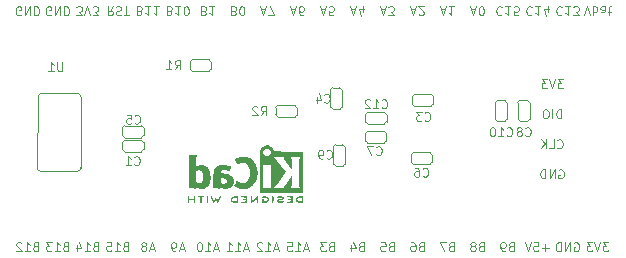
<source format=gbr>
%TF.GenerationSoftware,KiCad,Pcbnew,6.0.2+dfsg-1*%
%TF.CreationDate,2022-07-02T11:43:59+03:00*%
%TF.ProjectId,GDBluePill,4744426c-7565-4506-996c-6c2e6b696361,rev?*%
%TF.SameCoordinates,Original*%
%TF.FileFunction,Legend,Bot*%
%TF.FilePolarity,Positive*%
%FSLAX46Y46*%
G04 Gerber Fmt 4.6, Leading zero omitted, Abs format (unit mm)*
G04 Created by KiCad (PCBNEW 6.0.2+dfsg-1) date 2022-07-02 11:43:59*
%MOMM*%
%LPD*%
G01*
G04 APERTURE LIST*
%ADD10C,0.120000*%
%ADD11C,0.050000*%
G04 APERTURE END LIST*
D10*
X35256428Y-16665171D02*
X35363571Y-16629457D01*
X35399285Y-16593742D01*
X35435000Y-16522314D01*
X35435000Y-16415171D01*
X35399285Y-16343742D01*
X35363571Y-16308028D01*
X35292142Y-16272314D01*
X35006428Y-16272314D01*
X35006428Y-17022314D01*
X35256428Y-17022314D01*
X35327857Y-16986600D01*
X35363571Y-16950885D01*
X35399285Y-16879457D01*
X35399285Y-16808028D01*
X35363571Y-16736600D01*
X35327857Y-16700885D01*
X35256428Y-16665171D01*
X35006428Y-16665171D01*
X35899285Y-17022314D02*
X35970714Y-17022314D01*
X36042142Y-16986600D01*
X36077857Y-16950885D01*
X36113571Y-16879457D01*
X36149285Y-16736600D01*
X36149285Y-16558028D01*
X36113571Y-16415171D01*
X36077857Y-16343742D01*
X36042142Y-16308028D01*
X35970714Y-16272314D01*
X35899285Y-16272314D01*
X35827857Y-16308028D01*
X35792142Y-16343742D01*
X35756428Y-16415171D01*
X35720714Y-16558028D01*
X35720714Y-16736600D01*
X35756428Y-16879457D01*
X35792142Y-16950885D01*
X35827857Y-16986600D01*
X35899285Y-17022314D01*
X40104286Y-16486600D02*
X40461429Y-16486600D01*
X40032858Y-16272314D02*
X40282858Y-17022314D01*
X40532858Y-16272314D01*
X41104286Y-17022314D02*
X40961429Y-17022314D01*
X40890001Y-16986600D01*
X40854286Y-16950885D01*
X40782858Y-16843742D01*
X40747143Y-16700885D01*
X40747143Y-16415171D01*
X40782858Y-16343742D01*
X40818572Y-16308028D01*
X40890001Y-16272314D01*
X41032858Y-16272314D01*
X41104286Y-16308028D01*
X41140001Y-16343742D01*
X41175715Y-16415171D01*
X41175715Y-16593742D01*
X41140001Y-16665171D01*
X41104286Y-16700885D01*
X41032858Y-16736600D01*
X40890001Y-16736600D01*
X40818572Y-16700885D01*
X40782858Y-16665171D01*
X40747143Y-16593742D01*
X57937858Y-16343742D02*
X57902143Y-16308028D01*
X57795001Y-16272314D01*
X57723572Y-16272314D01*
X57616429Y-16308028D01*
X57545001Y-16379457D01*
X57509286Y-16450885D01*
X57473572Y-16593742D01*
X57473572Y-16700885D01*
X57509286Y-16843742D01*
X57545001Y-16915171D01*
X57616429Y-16986600D01*
X57723572Y-17022314D01*
X57795001Y-17022314D01*
X57902143Y-16986600D01*
X57937858Y-16950885D01*
X58652143Y-16272314D02*
X58223572Y-16272314D01*
X58437858Y-16272314D02*
X58437858Y-17022314D01*
X58366429Y-16915171D01*
X58295001Y-16843742D01*
X58223572Y-16808028D01*
X59330715Y-17022314D02*
X58973572Y-17022314D01*
X58937858Y-16665171D01*
X58973572Y-16700885D01*
X59045001Y-16736600D01*
X59223572Y-16736600D01*
X59295001Y-16700885D01*
X59330715Y-16665171D01*
X59366429Y-16593742D01*
X59366429Y-16415171D01*
X59330715Y-16343742D01*
X59295001Y-16308028D01*
X59223572Y-16272314D01*
X59045001Y-16272314D01*
X58973572Y-16308028D01*
X58937858Y-16343742D01*
X60477858Y-16343742D02*
X60442143Y-16308028D01*
X60335001Y-16272314D01*
X60263572Y-16272314D01*
X60156429Y-16308028D01*
X60085001Y-16379457D01*
X60049286Y-16450885D01*
X60013572Y-16593742D01*
X60013572Y-16700885D01*
X60049286Y-16843742D01*
X60085001Y-16915171D01*
X60156429Y-16986600D01*
X60263572Y-17022314D01*
X60335001Y-17022314D01*
X60442143Y-16986600D01*
X60477858Y-16950885D01*
X61192143Y-16272314D02*
X60763572Y-16272314D01*
X60977858Y-16272314D02*
X60977858Y-17022314D01*
X60906429Y-16915171D01*
X60835001Y-16843742D01*
X60763572Y-16808028D01*
X61835001Y-16772314D02*
X61835001Y-16272314D01*
X61656429Y-17058028D02*
X61477858Y-16522314D01*
X61942143Y-16522314D01*
X63017858Y-16343742D02*
X62982143Y-16308028D01*
X62875001Y-16272314D01*
X62803572Y-16272314D01*
X62696429Y-16308028D01*
X62625001Y-16379457D01*
X62589286Y-16450885D01*
X62553572Y-16593742D01*
X62553572Y-16700885D01*
X62589286Y-16843742D01*
X62625001Y-16915171D01*
X62696429Y-16986600D01*
X62803572Y-17022314D01*
X62875001Y-17022314D01*
X62982143Y-16986600D01*
X63017858Y-16950885D01*
X63732143Y-16272314D02*
X63303572Y-16272314D01*
X63517858Y-16272314D02*
X63517858Y-17022314D01*
X63446429Y-16915171D01*
X63375001Y-16843742D01*
X63303572Y-16808028D01*
X63982143Y-17022314D02*
X64446429Y-17022314D01*
X64196429Y-16736600D01*
X64303572Y-16736600D01*
X64375001Y-16700885D01*
X64410715Y-16665171D01*
X64446429Y-16593742D01*
X64446429Y-16415171D01*
X64410715Y-16343742D01*
X64375001Y-16308028D01*
X64303572Y-16272314D01*
X64089286Y-16272314D01*
X64017858Y-16308028D01*
X63982143Y-16343742D01*
X24989285Y-16272314D02*
X24739285Y-16629457D01*
X24560714Y-16272314D02*
X24560714Y-17022314D01*
X24846428Y-17022314D01*
X24917857Y-16986600D01*
X24953571Y-16950885D01*
X24989285Y-16879457D01*
X24989285Y-16772314D01*
X24953571Y-16700885D01*
X24917857Y-16665171D01*
X24846428Y-16629457D01*
X24560714Y-16629457D01*
X25275000Y-16308028D02*
X25382142Y-16272314D01*
X25560714Y-16272314D01*
X25632142Y-16308028D01*
X25667857Y-16343742D01*
X25703571Y-16415171D01*
X25703571Y-16486600D01*
X25667857Y-16558028D01*
X25632142Y-16593742D01*
X25560714Y-16629457D01*
X25417857Y-16665171D01*
X25346428Y-16700885D01*
X25310714Y-16736600D01*
X25275000Y-16808028D01*
X25275000Y-16879457D01*
X25310714Y-16950885D01*
X25346428Y-16986600D01*
X25417857Y-17022314D01*
X25596428Y-17022314D01*
X25703571Y-16986600D01*
X25917857Y-17022314D02*
X26346428Y-17022314D01*
X26132142Y-16272314D02*
X26132142Y-17022314D01*
X50264286Y-16486600D02*
X50621429Y-16486600D01*
X50192858Y-16272314D02*
X50442858Y-17022314D01*
X50692858Y-16272314D01*
X50907143Y-16950885D02*
X50942858Y-16986600D01*
X51014286Y-17022314D01*
X51192858Y-17022314D01*
X51264286Y-16986600D01*
X51300001Y-16950885D01*
X51335715Y-16879457D01*
X51335715Y-16808028D01*
X51300001Y-16700885D01*
X50871429Y-16272314D01*
X51335715Y-16272314D01*
X21931429Y-17022314D02*
X22395715Y-17022314D01*
X22145715Y-16736600D01*
X22252858Y-16736600D01*
X22324286Y-16700885D01*
X22360001Y-16665171D01*
X22395715Y-16593742D01*
X22395715Y-16415171D01*
X22360001Y-16343742D01*
X22324286Y-16308028D01*
X22252858Y-16272314D01*
X22038572Y-16272314D01*
X21967143Y-16308028D01*
X21931429Y-16343742D01*
X22610001Y-17022314D02*
X22860001Y-16272314D01*
X23110001Y-17022314D01*
X23288572Y-17022314D02*
X23752858Y-17022314D01*
X23502858Y-16736600D01*
X23610001Y-16736600D01*
X23681429Y-16700885D01*
X23717143Y-16665171D01*
X23752858Y-16593742D01*
X23752858Y-16415171D01*
X23717143Y-16343742D01*
X23681429Y-16308028D01*
X23610001Y-16272314D01*
X23395715Y-16272314D01*
X23324286Y-16308028D01*
X23288572Y-16343742D01*
X64897143Y-17022314D02*
X65147143Y-16272314D01*
X65397143Y-17022314D01*
X65647143Y-16272314D02*
X65647143Y-17022314D01*
X65647143Y-16736600D02*
X65718572Y-16772314D01*
X65861429Y-16772314D01*
X65932858Y-16736600D01*
X65968572Y-16700885D01*
X66004286Y-16629457D01*
X66004286Y-16415171D01*
X65968572Y-16343742D01*
X65932858Y-16308028D01*
X65861429Y-16272314D01*
X65718572Y-16272314D01*
X65647143Y-16308028D01*
X66647143Y-16272314D02*
X66647143Y-16665171D01*
X66611429Y-16736600D01*
X66540001Y-16772314D01*
X66397143Y-16772314D01*
X66325715Y-16736600D01*
X66647143Y-16308028D02*
X66575715Y-16272314D01*
X66397143Y-16272314D01*
X66325715Y-16308028D01*
X66290001Y-16379457D01*
X66290001Y-16450885D01*
X66325715Y-16522314D01*
X66397143Y-16558028D01*
X66575715Y-16558028D01*
X66647143Y-16593742D01*
X66897143Y-16772314D02*
X67182858Y-16772314D01*
X67004286Y-17022314D02*
X67004286Y-16379457D01*
X67040001Y-16308028D01*
X67111429Y-16272314D01*
X67182858Y-16272314D01*
X32716428Y-16665171D02*
X32823571Y-16629457D01*
X32859285Y-16593742D01*
X32895000Y-16522314D01*
X32895000Y-16415171D01*
X32859285Y-16343742D01*
X32823571Y-16308028D01*
X32752142Y-16272314D01*
X32466428Y-16272314D01*
X32466428Y-17022314D01*
X32716428Y-17022314D01*
X32787857Y-16986600D01*
X32823571Y-16950885D01*
X32859285Y-16879457D01*
X32859285Y-16808028D01*
X32823571Y-16736600D01*
X32787857Y-16700885D01*
X32716428Y-16665171D01*
X32466428Y-16665171D01*
X33609285Y-16272314D02*
X33180714Y-16272314D01*
X33395000Y-16272314D02*
X33395000Y-17022314D01*
X33323571Y-16915171D01*
X33252142Y-16843742D01*
X33180714Y-16808028D01*
X27279286Y-16665171D02*
X27386429Y-16629457D01*
X27422143Y-16593742D01*
X27457858Y-16522314D01*
X27457858Y-16415171D01*
X27422143Y-16343742D01*
X27386429Y-16308028D01*
X27315001Y-16272314D01*
X27029286Y-16272314D01*
X27029286Y-17022314D01*
X27279286Y-17022314D01*
X27350715Y-16986600D01*
X27386429Y-16950885D01*
X27422143Y-16879457D01*
X27422143Y-16808028D01*
X27386429Y-16736600D01*
X27350715Y-16700885D01*
X27279286Y-16665171D01*
X27029286Y-16665171D01*
X28172143Y-16272314D02*
X27743572Y-16272314D01*
X27957858Y-16272314D02*
X27957858Y-17022314D01*
X27886429Y-16915171D01*
X27815001Y-16843742D01*
X27743572Y-16808028D01*
X28886429Y-16272314D02*
X28457858Y-16272314D01*
X28672143Y-16272314D02*
X28672143Y-17022314D01*
X28600715Y-16915171D01*
X28529286Y-16843742D01*
X28457858Y-16808028D01*
X17208571Y-16986600D02*
X17137142Y-17022314D01*
X17030000Y-17022314D01*
X16922857Y-16986600D01*
X16851428Y-16915171D01*
X16815714Y-16843742D01*
X16780000Y-16700885D01*
X16780000Y-16593742D01*
X16815714Y-16450885D01*
X16851428Y-16379457D01*
X16922857Y-16308028D01*
X17030000Y-16272314D01*
X17101428Y-16272314D01*
X17208571Y-16308028D01*
X17244285Y-16343742D01*
X17244285Y-16593742D01*
X17101428Y-16593742D01*
X17565714Y-16272314D02*
X17565714Y-17022314D01*
X17994285Y-16272314D01*
X17994285Y-17022314D01*
X18351428Y-16272314D02*
X18351428Y-17022314D01*
X18530000Y-17022314D01*
X18637142Y-16986600D01*
X18708571Y-16915171D01*
X18744285Y-16843742D01*
X18780000Y-16700885D01*
X18780000Y-16593742D01*
X18744285Y-16450885D01*
X18708571Y-16379457D01*
X18637142Y-16308028D01*
X18530000Y-16272314D01*
X18351428Y-16272314D01*
X45184286Y-16486600D02*
X45541429Y-16486600D01*
X45112858Y-16272314D02*
X45362858Y-17022314D01*
X45612858Y-16272314D01*
X46184286Y-16772314D02*
X46184286Y-16272314D01*
X46005715Y-17058028D02*
X45827143Y-16522314D01*
X46291429Y-16522314D01*
X19748571Y-16986600D02*
X19677142Y-17022314D01*
X19570000Y-17022314D01*
X19462857Y-16986600D01*
X19391428Y-16915171D01*
X19355714Y-16843742D01*
X19320000Y-16700885D01*
X19320000Y-16593742D01*
X19355714Y-16450885D01*
X19391428Y-16379457D01*
X19462857Y-16308028D01*
X19570000Y-16272314D01*
X19641428Y-16272314D01*
X19748571Y-16308028D01*
X19784285Y-16343742D01*
X19784285Y-16593742D01*
X19641428Y-16593742D01*
X20105714Y-16272314D02*
X20105714Y-17022314D01*
X20534285Y-16272314D01*
X20534285Y-17022314D01*
X20891428Y-16272314D02*
X20891428Y-17022314D01*
X21070000Y-17022314D01*
X21177142Y-16986600D01*
X21248571Y-16915171D01*
X21284285Y-16843742D01*
X21320000Y-16700885D01*
X21320000Y-16593742D01*
X21284285Y-16450885D01*
X21248571Y-16379457D01*
X21177142Y-16308028D01*
X21070000Y-16272314D01*
X20891428Y-16272314D01*
X52804286Y-16486600D02*
X53161429Y-16486600D01*
X52732858Y-16272314D02*
X52982858Y-17022314D01*
X53232858Y-16272314D01*
X53875715Y-16272314D02*
X53447143Y-16272314D01*
X53661429Y-16272314D02*
X53661429Y-17022314D01*
X53590001Y-16915171D01*
X53518572Y-16843742D01*
X53447143Y-16808028D01*
X29819286Y-16665171D02*
X29926429Y-16629457D01*
X29962143Y-16593742D01*
X29997858Y-16522314D01*
X29997858Y-16415171D01*
X29962143Y-16343742D01*
X29926429Y-16308028D01*
X29855001Y-16272314D01*
X29569286Y-16272314D01*
X29569286Y-17022314D01*
X29819286Y-17022314D01*
X29890715Y-16986600D01*
X29926429Y-16950885D01*
X29962143Y-16879457D01*
X29962143Y-16808028D01*
X29926429Y-16736600D01*
X29890715Y-16700885D01*
X29819286Y-16665171D01*
X29569286Y-16665171D01*
X30712143Y-16272314D02*
X30283572Y-16272314D01*
X30497858Y-16272314D02*
X30497858Y-17022314D01*
X30426429Y-16915171D01*
X30355001Y-16843742D01*
X30283572Y-16808028D01*
X31176429Y-17022314D02*
X31247858Y-17022314D01*
X31319286Y-16986600D01*
X31355001Y-16950885D01*
X31390715Y-16879457D01*
X31426429Y-16736600D01*
X31426429Y-16558028D01*
X31390715Y-16415171D01*
X31355001Y-16343742D01*
X31319286Y-16308028D01*
X31247858Y-16272314D01*
X31176429Y-16272314D01*
X31105001Y-16308028D01*
X31069286Y-16343742D01*
X31033572Y-16415171D01*
X30997858Y-16558028D01*
X30997858Y-16736600D01*
X31033572Y-16879457D01*
X31069286Y-16950885D01*
X31105001Y-16986600D01*
X31176429Y-17022314D01*
X47724286Y-16486600D02*
X48081429Y-16486600D01*
X47652858Y-16272314D02*
X47902858Y-17022314D01*
X48152858Y-16272314D01*
X48331429Y-17022314D02*
X48795715Y-17022314D01*
X48545715Y-16736600D01*
X48652858Y-16736600D01*
X48724286Y-16700885D01*
X48760001Y-16665171D01*
X48795715Y-16593742D01*
X48795715Y-16415171D01*
X48760001Y-16343742D01*
X48724286Y-16308028D01*
X48652858Y-16272314D01*
X48438572Y-16272314D01*
X48367143Y-16308028D01*
X48331429Y-16343742D01*
X55344286Y-16486600D02*
X55701429Y-16486600D01*
X55272858Y-16272314D02*
X55522858Y-17022314D01*
X55772858Y-16272314D01*
X56165715Y-17022314D02*
X56237143Y-17022314D01*
X56308572Y-16986600D01*
X56344286Y-16950885D01*
X56380001Y-16879457D01*
X56415715Y-16736600D01*
X56415715Y-16558028D01*
X56380001Y-16415171D01*
X56344286Y-16343742D01*
X56308572Y-16308028D01*
X56237143Y-16272314D01*
X56165715Y-16272314D01*
X56094286Y-16308028D01*
X56058572Y-16343742D01*
X56022858Y-16415171D01*
X55987143Y-16558028D01*
X55987143Y-16736600D01*
X56022858Y-16879457D01*
X56058572Y-16950885D01*
X56094286Y-16986600D01*
X56165715Y-17022314D01*
X37564286Y-16486600D02*
X37921429Y-16486600D01*
X37492858Y-16272314D02*
X37742858Y-17022314D01*
X37992858Y-16272314D01*
X38171429Y-17022314D02*
X38671429Y-17022314D01*
X38350001Y-16272314D01*
X42644286Y-16486600D02*
X43001429Y-16486600D01*
X42572858Y-16272314D02*
X42822858Y-17022314D01*
X43072858Y-16272314D01*
X43680001Y-17022314D02*
X43322858Y-17022314D01*
X43287143Y-16665171D01*
X43322858Y-16700885D01*
X43394286Y-16736600D01*
X43572858Y-16736600D01*
X43644286Y-16700885D01*
X43680001Y-16665171D01*
X43715715Y-16593742D01*
X43715715Y-16415171D01*
X43680001Y-16343742D01*
X43644286Y-16308028D01*
X43572858Y-16272314D01*
X43394286Y-16272314D01*
X43322858Y-16308028D01*
X43287143Y-16343742D01*
X48563571Y-36598628D02*
X48456428Y-36634342D01*
X48420714Y-36670057D01*
X48385000Y-36741485D01*
X48385000Y-36848628D01*
X48420714Y-36920057D01*
X48456428Y-36955771D01*
X48527857Y-36991485D01*
X48813571Y-36991485D01*
X48813571Y-36241485D01*
X48563571Y-36241485D01*
X48492142Y-36277200D01*
X48456428Y-36312914D01*
X48420714Y-36384342D01*
X48420714Y-36455771D01*
X48456428Y-36527200D01*
X48492142Y-36562914D01*
X48563571Y-36598628D01*
X48813571Y-36598628D01*
X47706428Y-36241485D02*
X48063571Y-36241485D01*
X48099285Y-36598628D01*
X48063571Y-36562914D01*
X47992142Y-36527200D01*
X47813571Y-36527200D01*
X47742142Y-36562914D01*
X47706428Y-36598628D01*
X47670714Y-36670057D01*
X47670714Y-36848628D01*
X47706428Y-36920057D01*
X47742142Y-36955771D01*
X47813571Y-36991485D01*
X47992142Y-36991485D01*
X48063571Y-36955771D01*
X48099285Y-36920057D01*
X26060714Y-36598628D02*
X25953571Y-36634342D01*
X25917857Y-36670057D01*
X25882142Y-36741485D01*
X25882142Y-36848628D01*
X25917857Y-36920057D01*
X25953571Y-36955771D01*
X26025000Y-36991485D01*
X26310714Y-36991485D01*
X26310714Y-36241485D01*
X26060714Y-36241485D01*
X25989285Y-36277200D01*
X25953571Y-36312914D01*
X25917857Y-36384342D01*
X25917857Y-36455771D01*
X25953571Y-36527200D01*
X25989285Y-36562914D01*
X26060714Y-36598628D01*
X26310714Y-36598628D01*
X25167857Y-36991485D02*
X25596428Y-36991485D01*
X25382142Y-36991485D02*
X25382142Y-36241485D01*
X25453571Y-36348628D01*
X25525000Y-36420057D01*
X25596428Y-36455771D01*
X24489285Y-36241485D02*
X24846428Y-36241485D01*
X24882142Y-36598628D01*
X24846428Y-36562914D01*
X24775000Y-36527200D01*
X24596428Y-36527200D01*
X24525000Y-36562914D01*
X24489285Y-36598628D01*
X24453571Y-36670057D01*
X24453571Y-36848628D01*
X24489285Y-36920057D01*
X24525000Y-36955771D01*
X24596428Y-36991485D01*
X24775000Y-36991485D01*
X24846428Y-36955771D01*
X24882142Y-36920057D01*
X18440714Y-36598628D02*
X18333571Y-36634342D01*
X18297857Y-36670057D01*
X18262142Y-36741485D01*
X18262142Y-36848628D01*
X18297857Y-36920057D01*
X18333571Y-36955771D01*
X18405000Y-36991485D01*
X18690714Y-36991485D01*
X18690714Y-36241485D01*
X18440714Y-36241485D01*
X18369285Y-36277200D01*
X18333571Y-36312914D01*
X18297857Y-36384342D01*
X18297857Y-36455771D01*
X18333571Y-36527200D01*
X18369285Y-36562914D01*
X18440714Y-36598628D01*
X18690714Y-36598628D01*
X17547857Y-36991485D02*
X17976428Y-36991485D01*
X17762142Y-36991485D02*
X17762142Y-36241485D01*
X17833571Y-36348628D01*
X17905000Y-36420057D01*
X17976428Y-36455771D01*
X17262142Y-36312914D02*
X17226428Y-36277200D01*
X17155000Y-36241485D01*
X16976428Y-36241485D01*
X16905000Y-36277200D01*
X16869285Y-36312914D01*
X16833571Y-36384342D01*
X16833571Y-36455771D01*
X16869285Y-36562914D01*
X17297857Y-36991485D01*
X16833571Y-36991485D01*
X61924285Y-36705771D02*
X61352857Y-36705771D01*
X61638571Y-36991485D02*
X61638571Y-36420057D01*
X60638571Y-36241485D02*
X60995714Y-36241485D01*
X61031428Y-36598628D01*
X60995714Y-36562914D01*
X60924285Y-36527200D01*
X60745714Y-36527200D01*
X60674285Y-36562914D01*
X60638571Y-36598628D01*
X60602857Y-36670057D01*
X60602857Y-36848628D01*
X60638571Y-36920057D01*
X60674285Y-36955771D01*
X60745714Y-36991485D01*
X60924285Y-36991485D01*
X60995714Y-36955771D01*
X61031428Y-36920057D01*
X60388571Y-36241485D02*
X60138571Y-36991485D01*
X59888571Y-36241485D01*
X41532857Y-36777200D02*
X41175714Y-36777200D01*
X41604285Y-36991485D02*
X41354285Y-36241485D01*
X41104285Y-36991485D01*
X40461428Y-36991485D02*
X40890000Y-36991485D01*
X40675714Y-36991485D02*
X40675714Y-36241485D01*
X40747142Y-36348628D01*
X40818571Y-36420057D01*
X40890000Y-36455771D01*
X39782857Y-36241485D02*
X40140000Y-36241485D01*
X40175714Y-36598628D01*
X40140000Y-36562914D01*
X40068571Y-36527200D01*
X39890000Y-36527200D01*
X39818571Y-36562914D01*
X39782857Y-36598628D01*
X39747142Y-36670057D01*
X39747142Y-36848628D01*
X39782857Y-36920057D01*
X39818571Y-36955771D01*
X39890000Y-36991485D01*
X40068571Y-36991485D01*
X40140000Y-36955771D01*
X40175714Y-36920057D01*
X43483571Y-36598628D02*
X43376428Y-36634342D01*
X43340714Y-36670057D01*
X43305000Y-36741485D01*
X43305000Y-36848628D01*
X43340714Y-36920057D01*
X43376428Y-36955771D01*
X43447857Y-36991485D01*
X43733571Y-36991485D01*
X43733571Y-36241485D01*
X43483571Y-36241485D01*
X43412142Y-36277200D01*
X43376428Y-36312914D01*
X43340714Y-36384342D01*
X43340714Y-36455771D01*
X43376428Y-36527200D01*
X43412142Y-36562914D01*
X43483571Y-36598628D01*
X43733571Y-36598628D01*
X43055000Y-36241485D02*
X42590714Y-36241485D01*
X42840714Y-36527200D01*
X42733571Y-36527200D01*
X42662142Y-36562914D01*
X42626428Y-36598628D01*
X42590714Y-36670057D01*
X42590714Y-36848628D01*
X42626428Y-36920057D01*
X42662142Y-36955771D01*
X42733571Y-36991485D01*
X42947857Y-36991485D01*
X43019285Y-36955771D01*
X43055000Y-36920057D01*
X20980714Y-36598628D02*
X20873571Y-36634342D01*
X20837857Y-36670057D01*
X20802142Y-36741485D01*
X20802142Y-36848628D01*
X20837857Y-36920057D01*
X20873571Y-36955771D01*
X20945000Y-36991485D01*
X21230714Y-36991485D01*
X21230714Y-36241485D01*
X20980714Y-36241485D01*
X20909285Y-36277200D01*
X20873571Y-36312914D01*
X20837857Y-36384342D01*
X20837857Y-36455771D01*
X20873571Y-36527200D01*
X20909285Y-36562914D01*
X20980714Y-36598628D01*
X21230714Y-36598628D01*
X20087857Y-36991485D02*
X20516428Y-36991485D01*
X20302142Y-36991485D02*
X20302142Y-36241485D01*
X20373571Y-36348628D01*
X20445000Y-36420057D01*
X20516428Y-36455771D01*
X19837857Y-36241485D02*
X19373571Y-36241485D01*
X19623571Y-36527200D01*
X19516428Y-36527200D01*
X19445000Y-36562914D01*
X19409285Y-36598628D01*
X19373571Y-36670057D01*
X19373571Y-36848628D01*
X19409285Y-36920057D01*
X19445000Y-36955771D01*
X19516428Y-36991485D01*
X19730714Y-36991485D01*
X19802142Y-36955771D01*
X19837857Y-36920057D01*
X38992857Y-36777200D02*
X38635714Y-36777200D01*
X39064285Y-36991485D02*
X38814285Y-36241485D01*
X38564285Y-36991485D01*
X37921428Y-36991485D02*
X38350000Y-36991485D01*
X38135714Y-36991485D02*
X38135714Y-36241485D01*
X38207142Y-36348628D01*
X38278571Y-36420057D01*
X38350000Y-36455771D01*
X37635714Y-36312914D02*
X37600000Y-36277200D01*
X37528571Y-36241485D01*
X37350000Y-36241485D01*
X37278571Y-36277200D01*
X37242857Y-36312914D01*
X37207142Y-36384342D01*
X37207142Y-36455771D01*
X37242857Y-36562914D01*
X37671428Y-36991485D01*
X37207142Y-36991485D01*
X53643571Y-36598628D02*
X53536428Y-36634342D01*
X53500714Y-36670057D01*
X53465000Y-36741485D01*
X53465000Y-36848628D01*
X53500714Y-36920057D01*
X53536428Y-36955771D01*
X53607857Y-36991485D01*
X53893571Y-36991485D01*
X53893571Y-36241485D01*
X53643571Y-36241485D01*
X53572142Y-36277200D01*
X53536428Y-36312914D01*
X53500714Y-36384342D01*
X53500714Y-36455771D01*
X53536428Y-36527200D01*
X53572142Y-36562914D01*
X53643571Y-36598628D01*
X53893571Y-36598628D01*
X53215000Y-36241485D02*
X52715000Y-36241485D01*
X53036428Y-36991485D01*
X46023571Y-36598628D02*
X45916428Y-36634342D01*
X45880714Y-36670057D01*
X45845000Y-36741485D01*
X45845000Y-36848628D01*
X45880714Y-36920057D01*
X45916428Y-36955771D01*
X45987857Y-36991485D01*
X46273571Y-36991485D01*
X46273571Y-36241485D01*
X46023571Y-36241485D01*
X45952142Y-36277200D01*
X45916428Y-36312914D01*
X45880714Y-36384342D01*
X45880714Y-36455771D01*
X45916428Y-36527200D01*
X45952142Y-36562914D01*
X46023571Y-36598628D01*
X46273571Y-36598628D01*
X45202142Y-36491485D02*
X45202142Y-36991485D01*
X45380714Y-36205771D02*
X45559285Y-36741485D01*
X45095000Y-36741485D01*
X58723571Y-36598628D02*
X58616428Y-36634342D01*
X58580714Y-36670057D01*
X58545000Y-36741485D01*
X58545000Y-36848628D01*
X58580714Y-36920057D01*
X58616428Y-36955771D01*
X58687857Y-36991485D01*
X58973571Y-36991485D01*
X58973571Y-36241485D01*
X58723571Y-36241485D01*
X58652142Y-36277200D01*
X58616428Y-36312914D01*
X58580714Y-36384342D01*
X58580714Y-36455771D01*
X58616428Y-36527200D01*
X58652142Y-36562914D01*
X58723571Y-36598628D01*
X58973571Y-36598628D01*
X58187857Y-36991485D02*
X58045000Y-36991485D01*
X57973571Y-36955771D01*
X57937857Y-36920057D01*
X57866428Y-36812914D01*
X57830714Y-36670057D01*
X57830714Y-36384342D01*
X57866428Y-36312914D01*
X57902142Y-36277200D01*
X57973571Y-36241485D01*
X58116428Y-36241485D01*
X58187857Y-36277200D01*
X58223571Y-36312914D01*
X58259285Y-36384342D01*
X58259285Y-36562914D01*
X58223571Y-36634342D01*
X58187857Y-36670057D01*
X58116428Y-36705771D01*
X57973571Y-36705771D01*
X57902142Y-36670057D01*
X57866428Y-36634342D01*
X57830714Y-36562914D01*
X64071428Y-36277200D02*
X64142857Y-36241485D01*
X64250000Y-36241485D01*
X64357142Y-36277200D01*
X64428571Y-36348628D01*
X64464285Y-36420057D01*
X64500000Y-36562914D01*
X64500000Y-36670057D01*
X64464285Y-36812914D01*
X64428571Y-36884342D01*
X64357142Y-36955771D01*
X64250000Y-36991485D01*
X64178571Y-36991485D01*
X64071428Y-36955771D01*
X64035714Y-36920057D01*
X64035714Y-36670057D01*
X64178571Y-36670057D01*
X63714285Y-36991485D02*
X63714285Y-36241485D01*
X63285714Y-36991485D01*
X63285714Y-36241485D01*
X62928571Y-36991485D02*
X62928571Y-36241485D01*
X62750000Y-36241485D01*
X62642857Y-36277200D01*
X62571428Y-36348628D01*
X62535714Y-36420057D01*
X62500000Y-36562914D01*
X62500000Y-36670057D01*
X62535714Y-36812914D01*
X62571428Y-36884342D01*
X62642857Y-36955771D01*
X62750000Y-36991485D01*
X62928571Y-36991485D01*
X23520714Y-36598628D02*
X23413571Y-36634342D01*
X23377857Y-36670057D01*
X23342142Y-36741485D01*
X23342142Y-36848628D01*
X23377857Y-36920057D01*
X23413571Y-36955771D01*
X23485000Y-36991485D01*
X23770714Y-36991485D01*
X23770714Y-36241485D01*
X23520714Y-36241485D01*
X23449285Y-36277200D01*
X23413571Y-36312914D01*
X23377857Y-36384342D01*
X23377857Y-36455771D01*
X23413571Y-36527200D01*
X23449285Y-36562914D01*
X23520714Y-36598628D01*
X23770714Y-36598628D01*
X22627857Y-36991485D02*
X23056428Y-36991485D01*
X22842142Y-36991485D02*
X22842142Y-36241485D01*
X22913571Y-36348628D01*
X22985000Y-36420057D01*
X23056428Y-36455771D01*
X21985000Y-36491485D02*
X21985000Y-36991485D01*
X22163571Y-36205771D02*
X22342142Y-36741485D01*
X21877857Y-36741485D01*
X33912857Y-36777200D02*
X33555714Y-36777200D01*
X33984285Y-36991485D02*
X33734285Y-36241485D01*
X33484285Y-36991485D01*
X32841428Y-36991485D02*
X33270000Y-36991485D01*
X33055714Y-36991485D02*
X33055714Y-36241485D01*
X33127142Y-36348628D01*
X33198571Y-36420057D01*
X33270000Y-36455771D01*
X32377142Y-36241485D02*
X32305714Y-36241485D01*
X32234285Y-36277200D01*
X32198571Y-36312914D01*
X32162857Y-36384342D01*
X32127142Y-36527200D01*
X32127142Y-36705771D01*
X32162857Y-36848628D01*
X32198571Y-36920057D01*
X32234285Y-36955771D01*
X32305714Y-36991485D01*
X32377142Y-36991485D01*
X32448571Y-36955771D01*
X32484285Y-36920057D01*
X32520000Y-36848628D01*
X32555714Y-36705771D01*
X32555714Y-36527200D01*
X32520000Y-36384342D01*
X32484285Y-36312914D01*
X32448571Y-36277200D01*
X32377142Y-36241485D01*
X31015714Y-36777200D02*
X30658571Y-36777200D01*
X31087142Y-36991485D02*
X30837142Y-36241485D01*
X30587142Y-36991485D01*
X30301428Y-36991485D02*
X30158571Y-36991485D01*
X30087142Y-36955771D01*
X30051428Y-36920057D01*
X29980000Y-36812914D01*
X29944285Y-36670057D01*
X29944285Y-36384342D01*
X29980000Y-36312914D01*
X30015714Y-36277200D01*
X30087142Y-36241485D01*
X30230000Y-36241485D01*
X30301428Y-36277200D01*
X30337142Y-36312914D01*
X30372857Y-36384342D01*
X30372857Y-36562914D01*
X30337142Y-36634342D01*
X30301428Y-36670057D01*
X30230000Y-36705771D01*
X30087142Y-36705771D01*
X30015714Y-36670057D01*
X29980000Y-36634342D01*
X29944285Y-36562914D01*
X51103571Y-36598628D02*
X50996428Y-36634342D01*
X50960714Y-36670057D01*
X50925000Y-36741485D01*
X50925000Y-36848628D01*
X50960714Y-36920057D01*
X50996428Y-36955771D01*
X51067857Y-36991485D01*
X51353571Y-36991485D01*
X51353571Y-36241485D01*
X51103571Y-36241485D01*
X51032142Y-36277200D01*
X50996428Y-36312914D01*
X50960714Y-36384342D01*
X50960714Y-36455771D01*
X50996428Y-36527200D01*
X51032142Y-36562914D01*
X51103571Y-36598628D01*
X51353571Y-36598628D01*
X50282142Y-36241485D02*
X50425000Y-36241485D01*
X50496428Y-36277200D01*
X50532142Y-36312914D01*
X50603571Y-36420057D01*
X50639285Y-36562914D01*
X50639285Y-36848628D01*
X50603571Y-36920057D01*
X50567857Y-36955771D01*
X50496428Y-36991485D01*
X50353571Y-36991485D01*
X50282142Y-36955771D01*
X50246428Y-36920057D01*
X50210714Y-36848628D01*
X50210714Y-36670057D01*
X50246428Y-36598628D01*
X50282142Y-36562914D01*
X50353571Y-36527200D01*
X50496428Y-36527200D01*
X50567857Y-36562914D01*
X50603571Y-36598628D01*
X50639285Y-36670057D01*
X66968571Y-36241485D02*
X66504285Y-36241485D01*
X66754285Y-36527200D01*
X66647142Y-36527200D01*
X66575714Y-36562914D01*
X66540000Y-36598628D01*
X66504285Y-36670057D01*
X66504285Y-36848628D01*
X66540000Y-36920057D01*
X66575714Y-36955771D01*
X66647142Y-36991485D01*
X66861428Y-36991485D01*
X66932857Y-36955771D01*
X66968571Y-36920057D01*
X66290000Y-36241485D02*
X66040000Y-36991485D01*
X65790000Y-36241485D01*
X65611428Y-36241485D02*
X65147142Y-36241485D01*
X65397142Y-36527200D01*
X65290000Y-36527200D01*
X65218571Y-36562914D01*
X65182857Y-36598628D01*
X65147142Y-36670057D01*
X65147142Y-36848628D01*
X65182857Y-36920057D01*
X65218571Y-36955771D01*
X65290000Y-36991485D01*
X65504285Y-36991485D01*
X65575714Y-36955771D01*
X65611428Y-36920057D01*
X28475714Y-36777200D02*
X28118571Y-36777200D01*
X28547142Y-36991485D02*
X28297142Y-36241485D01*
X28047142Y-36991485D01*
X27690000Y-36562914D02*
X27761428Y-36527200D01*
X27797142Y-36491485D01*
X27832857Y-36420057D01*
X27832857Y-36384342D01*
X27797142Y-36312914D01*
X27761428Y-36277200D01*
X27690000Y-36241485D01*
X27547142Y-36241485D01*
X27475714Y-36277200D01*
X27440000Y-36312914D01*
X27404285Y-36384342D01*
X27404285Y-36420057D01*
X27440000Y-36491485D01*
X27475714Y-36527200D01*
X27547142Y-36562914D01*
X27690000Y-36562914D01*
X27761428Y-36598628D01*
X27797142Y-36634342D01*
X27832857Y-36705771D01*
X27832857Y-36848628D01*
X27797142Y-36920057D01*
X27761428Y-36955771D01*
X27690000Y-36991485D01*
X27547142Y-36991485D01*
X27475714Y-36955771D01*
X27440000Y-36920057D01*
X27404285Y-36848628D01*
X27404285Y-36705771D01*
X27440000Y-36634342D01*
X27475714Y-36598628D01*
X27547142Y-36562914D01*
X36452857Y-36777200D02*
X36095714Y-36777200D01*
X36524285Y-36991485D02*
X36274285Y-36241485D01*
X36024285Y-36991485D01*
X35381428Y-36991485D02*
X35810000Y-36991485D01*
X35595714Y-36991485D02*
X35595714Y-36241485D01*
X35667142Y-36348628D01*
X35738571Y-36420057D01*
X35810000Y-36455771D01*
X34667142Y-36991485D02*
X35095714Y-36991485D01*
X34881428Y-36991485D02*
X34881428Y-36241485D01*
X34952857Y-36348628D01*
X35024285Y-36420057D01*
X35095714Y-36455771D01*
X56183571Y-36598628D02*
X56076428Y-36634342D01*
X56040714Y-36670057D01*
X56005000Y-36741485D01*
X56005000Y-36848628D01*
X56040714Y-36920057D01*
X56076428Y-36955771D01*
X56147857Y-36991485D01*
X56433571Y-36991485D01*
X56433571Y-36241485D01*
X56183571Y-36241485D01*
X56112142Y-36277200D01*
X56076428Y-36312914D01*
X56040714Y-36384342D01*
X56040714Y-36455771D01*
X56076428Y-36527200D01*
X56112142Y-36562914D01*
X56183571Y-36598628D01*
X56433571Y-36598628D01*
X55576428Y-36562914D02*
X55647857Y-36527200D01*
X55683571Y-36491485D01*
X55719285Y-36420057D01*
X55719285Y-36384342D01*
X55683571Y-36312914D01*
X55647857Y-36277200D01*
X55576428Y-36241485D01*
X55433571Y-36241485D01*
X55362142Y-36277200D01*
X55326428Y-36312914D01*
X55290714Y-36384342D01*
X55290714Y-36420057D01*
X55326428Y-36491485D01*
X55362142Y-36527200D01*
X55433571Y-36562914D01*
X55576428Y-36562914D01*
X55647857Y-36598628D01*
X55683571Y-36634342D01*
X55719285Y-36705771D01*
X55719285Y-36848628D01*
X55683571Y-36920057D01*
X55647857Y-36955771D01*
X55576428Y-36991485D01*
X55433571Y-36991485D01*
X55362142Y-36955771D01*
X55326428Y-36920057D01*
X55290714Y-36848628D01*
X55290714Y-36705771D01*
X55326428Y-36634342D01*
X55362142Y-36598628D01*
X55433571Y-36562914D01*
X62776028Y-30115000D02*
X62847457Y-30079285D01*
X62954600Y-30079285D01*
X63061742Y-30115000D01*
X63133171Y-30186428D01*
X63168885Y-30257857D01*
X63204600Y-30400714D01*
X63204600Y-30507857D01*
X63168885Y-30650714D01*
X63133171Y-30722142D01*
X63061742Y-30793571D01*
X62954600Y-30829285D01*
X62883171Y-30829285D01*
X62776028Y-30793571D01*
X62740314Y-30757857D01*
X62740314Y-30507857D01*
X62883171Y-30507857D01*
X62418885Y-30829285D02*
X62418885Y-30079285D01*
X61990314Y-30829285D01*
X61990314Y-30079285D01*
X61633171Y-30829285D02*
X61633171Y-30079285D01*
X61454600Y-30079285D01*
X61347457Y-30115000D01*
X61276028Y-30186428D01*
X61240314Y-30257857D01*
X61204600Y-30400714D01*
X61204600Y-30507857D01*
X61240314Y-30650714D01*
X61276028Y-30722142D01*
X61347457Y-30793571D01*
X61454600Y-30829285D01*
X61633171Y-30829285D01*
X62651028Y-28217857D02*
X62686742Y-28253571D01*
X62793885Y-28289285D01*
X62865314Y-28289285D01*
X62972457Y-28253571D01*
X63043885Y-28182142D01*
X63079600Y-28110714D01*
X63115314Y-27967857D01*
X63115314Y-27860714D01*
X63079600Y-27717857D01*
X63043885Y-27646428D01*
X62972457Y-27575000D01*
X62865314Y-27539285D01*
X62793885Y-27539285D01*
X62686742Y-27575000D01*
X62651028Y-27610714D01*
X61972457Y-28289285D02*
X62329600Y-28289285D01*
X62329600Y-27539285D01*
X61722457Y-28289285D02*
X61722457Y-27539285D01*
X61293885Y-28289285D02*
X61615314Y-27860714D01*
X61293885Y-27539285D02*
X61722457Y-27967857D01*
X62972457Y-25749285D02*
X62972457Y-24999285D01*
X62793885Y-24999285D01*
X62686742Y-25035000D01*
X62615314Y-25106428D01*
X62579600Y-25177857D01*
X62543885Y-25320714D01*
X62543885Y-25427857D01*
X62579600Y-25570714D01*
X62615314Y-25642142D01*
X62686742Y-25713571D01*
X62793885Y-25749285D01*
X62972457Y-25749285D01*
X62222457Y-25749285D02*
X62222457Y-24999285D01*
X61722457Y-24999285D02*
X61579600Y-24999285D01*
X61508171Y-25035000D01*
X61436742Y-25106428D01*
X61401028Y-25249285D01*
X61401028Y-25499285D01*
X61436742Y-25642142D01*
X61508171Y-25713571D01*
X61579600Y-25749285D01*
X61722457Y-25749285D01*
X61793885Y-25713571D01*
X61865314Y-25642142D01*
X61901028Y-25499285D01*
X61901028Y-25249285D01*
X61865314Y-25106428D01*
X61793885Y-25035000D01*
X61722457Y-24999285D01*
X63133171Y-22459285D02*
X62668885Y-22459285D01*
X62918885Y-22745000D01*
X62811742Y-22745000D01*
X62740314Y-22780714D01*
X62704600Y-22816428D01*
X62668885Y-22887857D01*
X62668885Y-23066428D01*
X62704600Y-23137857D01*
X62740314Y-23173571D01*
X62811742Y-23209285D01*
X63026028Y-23209285D01*
X63097457Y-23173571D01*
X63133171Y-23137857D01*
X62454600Y-22459285D02*
X62204600Y-23209285D01*
X61954600Y-22459285D01*
X61776028Y-22459285D02*
X61311742Y-22459285D01*
X61561742Y-22745000D01*
X61454600Y-22745000D01*
X61383171Y-22780714D01*
X61347457Y-22816428D01*
X61311742Y-22887857D01*
X61311742Y-23066428D01*
X61347457Y-23137857D01*
X61383171Y-23173571D01*
X61454600Y-23209285D01*
X61668885Y-23209285D01*
X61740314Y-23173571D01*
X61776028Y-23137857D01*
%TO.C,R1*%
X30260800Y-21599085D02*
X30510800Y-21241942D01*
X30689371Y-21599085D02*
X30689371Y-20849085D01*
X30403657Y-20849085D01*
X30332228Y-20884800D01*
X30296514Y-20920514D01*
X30260800Y-20991942D01*
X30260800Y-21099085D01*
X30296514Y-21170514D01*
X30332228Y-21206228D01*
X30403657Y-21241942D01*
X30689371Y-21241942D01*
X29546514Y-21599085D02*
X29975085Y-21599085D01*
X29760800Y-21599085D02*
X29760800Y-20849085D01*
X29832228Y-20956228D01*
X29903657Y-21027657D01*
X29975085Y-21063371D01*
%TO.C,C7*%
X47318200Y-28792057D02*
X47353914Y-28827771D01*
X47461057Y-28863485D01*
X47532485Y-28863485D01*
X47639628Y-28827771D01*
X47711057Y-28756342D01*
X47746771Y-28684914D01*
X47782485Y-28542057D01*
X47782485Y-28434914D01*
X47746771Y-28292057D01*
X47711057Y-28220628D01*
X47639628Y-28149200D01*
X47532485Y-28113485D01*
X47461057Y-28113485D01*
X47353914Y-28149200D01*
X47318200Y-28184914D01*
X47068200Y-28113485D02*
X46568200Y-28113485D01*
X46889628Y-28863485D01*
%TO.C,C9*%
X43101800Y-29096857D02*
X43137514Y-29132571D01*
X43244657Y-29168285D01*
X43316085Y-29168285D01*
X43423228Y-29132571D01*
X43494657Y-29061142D01*
X43530371Y-28989714D01*
X43566085Y-28846857D01*
X43566085Y-28739714D01*
X43530371Y-28596857D01*
X43494657Y-28525428D01*
X43423228Y-28454000D01*
X43316085Y-28418285D01*
X43244657Y-28418285D01*
X43137514Y-28454000D01*
X43101800Y-28489714D01*
X42744657Y-29168285D02*
X42601800Y-29168285D01*
X42530371Y-29132571D01*
X42494657Y-29096857D01*
X42423228Y-28989714D01*
X42387514Y-28846857D01*
X42387514Y-28561142D01*
X42423228Y-28489714D01*
X42458942Y-28454000D01*
X42530371Y-28418285D01*
X42673228Y-28418285D01*
X42744657Y-28454000D01*
X42780371Y-28489714D01*
X42816085Y-28561142D01*
X42816085Y-28739714D01*
X42780371Y-28811142D01*
X42744657Y-28846857D01*
X42673228Y-28882571D01*
X42530371Y-28882571D01*
X42458942Y-28846857D01*
X42423228Y-28811142D01*
X42387514Y-28739714D01*
%TO.C,C5*%
X26845800Y-26125057D02*
X26881514Y-26160771D01*
X26988657Y-26196485D01*
X27060085Y-26196485D01*
X27167228Y-26160771D01*
X27238657Y-26089342D01*
X27274371Y-26017914D01*
X27310085Y-25875057D01*
X27310085Y-25767914D01*
X27274371Y-25625057D01*
X27238657Y-25553628D01*
X27167228Y-25482200D01*
X27060085Y-25446485D01*
X26988657Y-25446485D01*
X26881514Y-25482200D01*
X26845800Y-25517914D01*
X26167228Y-25446485D02*
X26524371Y-25446485D01*
X26560085Y-25803628D01*
X26524371Y-25767914D01*
X26452942Y-25732200D01*
X26274371Y-25732200D01*
X26202942Y-25767914D01*
X26167228Y-25803628D01*
X26131514Y-25875057D01*
X26131514Y-26053628D01*
X26167228Y-26125057D01*
X26202942Y-26160771D01*
X26274371Y-26196485D01*
X26452942Y-26196485D01*
X26524371Y-26160771D01*
X26560085Y-26125057D01*
%TO.C,C6*%
X51255200Y-30620857D02*
X51290914Y-30656571D01*
X51398057Y-30692285D01*
X51469485Y-30692285D01*
X51576628Y-30656571D01*
X51648057Y-30585142D01*
X51683771Y-30513714D01*
X51719485Y-30370857D01*
X51719485Y-30263714D01*
X51683771Y-30120857D01*
X51648057Y-30049428D01*
X51576628Y-29978000D01*
X51469485Y-29942285D01*
X51398057Y-29942285D01*
X51290914Y-29978000D01*
X51255200Y-30013714D01*
X50612342Y-29942285D02*
X50755200Y-29942285D01*
X50826628Y-29978000D01*
X50862342Y-30013714D01*
X50933771Y-30120857D01*
X50969485Y-30263714D01*
X50969485Y-30549428D01*
X50933771Y-30620857D01*
X50898057Y-30656571D01*
X50826628Y-30692285D01*
X50683771Y-30692285D01*
X50612342Y-30656571D01*
X50576628Y-30620857D01*
X50540914Y-30549428D01*
X50540914Y-30370857D01*
X50576628Y-30299428D01*
X50612342Y-30263714D01*
X50683771Y-30228000D01*
X50826628Y-30228000D01*
X50898057Y-30263714D01*
X50933771Y-30299428D01*
X50969485Y-30370857D01*
%TO.C,C12*%
X47776942Y-24829657D02*
X47812657Y-24865371D01*
X47919800Y-24901085D01*
X47991228Y-24901085D01*
X48098371Y-24865371D01*
X48169800Y-24793942D01*
X48205514Y-24722514D01*
X48241228Y-24579657D01*
X48241228Y-24472514D01*
X48205514Y-24329657D01*
X48169800Y-24258228D01*
X48098371Y-24186800D01*
X47991228Y-24151085D01*
X47919800Y-24151085D01*
X47812657Y-24186800D01*
X47776942Y-24222514D01*
X47062657Y-24901085D02*
X47491228Y-24901085D01*
X47276942Y-24901085D02*
X47276942Y-24151085D01*
X47348371Y-24258228D01*
X47419800Y-24329657D01*
X47491228Y-24365371D01*
X46776942Y-24222514D02*
X46741228Y-24186800D01*
X46669800Y-24151085D01*
X46491228Y-24151085D01*
X46419800Y-24186800D01*
X46384085Y-24222514D01*
X46348371Y-24293942D01*
X46348371Y-24365371D01*
X46384085Y-24472514D01*
X46812657Y-24901085D01*
X46348371Y-24901085D01*
%TO.C,R2*%
X37525200Y-25485285D02*
X37775200Y-25128142D01*
X37953771Y-25485285D02*
X37953771Y-24735285D01*
X37668057Y-24735285D01*
X37596628Y-24771000D01*
X37560914Y-24806714D01*
X37525200Y-24878142D01*
X37525200Y-24985285D01*
X37560914Y-25056714D01*
X37596628Y-25092428D01*
X37668057Y-25128142D01*
X37953771Y-25128142D01*
X37239485Y-24806714D02*
X37203771Y-24771000D01*
X37132342Y-24735285D01*
X36953771Y-24735285D01*
X36882342Y-24771000D01*
X36846628Y-24806714D01*
X36810914Y-24878142D01*
X36810914Y-24949571D01*
X36846628Y-25056714D01*
X37275200Y-25485285D01*
X36810914Y-25485285D01*
%TO.C,C1*%
X26820400Y-29630257D02*
X26856114Y-29665971D01*
X26963257Y-29701685D01*
X27034685Y-29701685D01*
X27141828Y-29665971D01*
X27213257Y-29594542D01*
X27248971Y-29523114D01*
X27284685Y-29380257D01*
X27284685Y-29273114D01*
X27248971Y-29130257D01*
X27213257Y-29058828D01*
X27141828Y-28987400D01*
X27034685Y-28951685D01*
X26963257Y-28951685D01*
X26856114Y-28987400D01*
X26820400Y-29023114D01*
X26106114Y-29701685D02*
X26534685Y-29701685D01*
X26320400Y-29701685D02*
X26320400Y-28951685D01*
X26391828Y-29058828D01*
X26463257Y-29130257D01*
X26534685Y-29165971D01*
%TO.C,C8*%
X59915000Y-27191857D02*
X59950714Y-27227571D01*
X60057857Y-27263285D01*
X60129285Y-27263285D01*
X60236428Y-27227571D01*
X60307857Y-27156142D01*
X60343571Y-27084714D01*
X60379285Y-26941857D01*
X60379285Y-26834714D01*
X60343571Y-26691857D01*
X60307857Y-26620428D01*
X60236428Y-26549000D01*
X60129285Y-26513285D01*
X60057857Y-26513285D01*
X59950714Y-26549000D01*
X59915000Y-26584714D01*
X59486428Y-26834714D02*
X59557857Y-26799000D01*
X59593571Y-26763285D01*
X59629285Y-26691857D01*
X59629285Y-26656142D01*
X59593571Y-26584714D01*
X59557857Y-26549000D01*
X59486428Y-26513285D01*
X59343571Y-26513285D01*
X59272142Y-26549000D01*
X59236428Y-26584714D01*
X59200714Y-26656142D01*
X59200714Y-26691857D01*
X59236428Y-26763285D01*
X59272142Y-26799000D01*
X59343571Y-26834714D01*
X59486428Y-26834714D01*
X59557857Y-26870428D01*
X59593571Y-26906142D01*
X59629285Y-26977571D01*
X59629285Y-27120428D01*
X59593571Y-27191857D01*
X59557857Y-27227571D01*
X59486428Y-27263285D01*
X59343571Y-27263285D01*
X59272142Y-27227571D01*
X59236428Y-27191857D01*
X59200714Y-27120428D01*
X59200714Y-26977571D01*
X59236428Y-26906142D01*
X59272142Y-26870428D01*
X59343571Y-26834714D01*
%TO.C,C3*%
X51407600Y-25896457D02*
X51443314Y-25932171D01*
X51550457Y-25967885D01*
X51621885Y-25967885D01*
X51729028Y-25932171D01*
X51800457Y-25860742D01*
X51836171Y-25789314D01*
X51871885Y-25646457D01*
X51871885Y-25539314D01*
X51836171Y-25396457D01*
X51800457Y-25325028D01*
X51729028Y-25253600D01*
X51621885Y-25217885D01*
X51550457Y-25217885D01*
X51443314Y-25253600D01*
X51407600Y-25289314D01*
X51157600Y-25217885D02*
X50693314Y-25217885D01*
X50943314Y-25503600D01*
X50836171Y-25503600D01*
X50764742Y-25539314D01*
X50729028Y-25575028D01*
X50693314Y-25646457D01*
X50693314Y-25825028D01*
X50729028Y-25896457D01*
X50764742Y-25932171D01*
X50836171Y-25967885D01*
X51050457Y-25967885D01*
X51121885Y-25932171D01*
X51157600Y-25896457D01*
%TO.C,C4*%
X42924000Y-24347057D02*
X42959714Y-24382771D01*
X43066857Y-24418485D01*
X43138285Y-24418485D01*
X43245428Y-24382771D01*
X43316857Y-24311342D01*
X43352571Y-24239914D01*
X43388285Y-24097057D01*
X43388285Y-23989914D01*
X43352571Y-23847057D01*
X43316857Y-23775628D01*
X43245428Y-23704200D01*
X43138285Y-23668485D01*
X43066857Y-23668485D01*
X42959714Y-23704200D01*
X42924000Y-23739914D01*
X42281142Y-23918485D02*
X42281142Y-24418485D01*
X42459714Y-23632771D02*
X42638285Y-24168485D01*
X42174000Y-24168485D01*
%TO.C,U1*%
X20739028Y-21001485D02*
X20739028Y-21608628D01*
X20703314Y-21680057D01*
X20667600Y-21715771D01*
X20596171Y-21751485D01*
X20453314Y-21751485D01*
X20381885Y-21715771D01*
X20346171Y-21680057D01*
X20310457Y-21608628D01*
X20310457Y-21001485D01*
X19560457Y-21751485D02*
X19989028Y-21751485D01*
X19774742Y-21751485D02*
X19774742Y-21001485D01*
X19846171Y-21108628D01*
X19917600Y-21180057D01*
X19989028Y-21215771D01*
%TO.C,C10*%
X58362142Y-27191857D02*
X58397857Y-27227571D01*
X58505000Y-27263285D01*
X58576428Y-27263285D01*
X58683571Y-27227571D01*
X58755000Y-27156142D01*
X58790714Y-27084714D01*
X58826428Y-26941857D01*
X58826428Y-26834714D01*
X58790714Y-26691857D01*
X58755000Y-26620428D01*
X58683571Y-26549000D01*
X58576428Y-26513285D01*
X58505000Y-26513285D01*
X58397857Y-26549000D01*
X58362142Y-26584714D01*
X57647857Y-27263285D02*
X58076428Y-27263285D01*
X57862142Y-27263285D02*
X57862142Y-26513285D01*
X57933571Y-26620428D01*
X58005000Y-26691857D01*
X58076428Y-26727571D01*
X57183571Y-26513285D02*
X57112142Y-26513285D01*
X57040714Y-26549000D01*
X57005000Y-26584714D01*
X56969285Y-26656142D01*
X56933571Y-26799000D01*
X56933571Y-26977571D01*
X56969285Y-27120428D01*
X57005000Y-27191857D01*
X57040714Y-27227571D01*
X57112142Y-27263285D01*
X57183571Y-27263285D01*
X57255000Y-27227571D01*
X57290714Y-27191857D01*
X57326428Y-27120428D01*
X57362142Y-26977571D01*
X57362142Y-26799000D01*
X57326428Y-26656142D01*
X57290714Y-26584714D01*
X57255000Y-26549000D01*
X57183571Y-26513285D01*
%TO.C,G\u002A\u002A\u002A*%
G36*
X41117017Y-32481771D02*
G01*
X41117244Y-32523751D01*
X41117119Y-32570904D01*
X41116675Y-32621072D01*
X41115945Y-32672097D01*
X41114961Y-32721821D01*
X41113758Y-32768086D01*
X41112368Y-32808733D01*
X41110824Y-32841606D01*
X41109160Y-32864545D01*
X41107409Y-32875392D01*
X41101300Y-32884201D01*
X41086662Y-32895105D01*
X41086182Y-32895299D01*
X41072162Y-32897570D01*
X41046728Y-32898865D01*
X41012499Y-32899269D01*
X40972090Y-32898865D01*
X40928120Y-32897737D01*
X40883203Y-32895970D01*
X40839958Y-32893648D01*
X40801000Y-32890854D01*
X40768947Y-32887672D01*
X40746416Y-32884186D01*
X40695632Y-32869718D01*
X40639229Y-32842206D01*
X40592495Y-32804339D01*
X40554992Y-32755742D01*
X40526280Y-32696039D01*
X40525822Y-32694806D01*
X40513472Y-32645621D01*
X40513505Y-32626254D01*
X40622371Y-32626254D01*
X40631875Y-32662052D01*
X40654886Y-32700980D01*
X40654960Y-32701082D01*
X40687900Y-32734441D01*
X40732300Y-32759823D01*
X40787601Y-32776909D01*
X40806470Y-32780068D01*
X40841265Y-32783815D01*
X40880991Y-32786400D01*
X40920219Y-32787393D01*
X41003936Y-32787517D01*
X41003936Y-32443968D01*
X40923782Y-32448901D01*
X40908474Y-32449900D01*
X40845770Y-32455635D01*
X40794662Y-32463719D01*
X40753036Y-32474840D01*
X40718776Y-32489685D01*
X40689769Y-32508939D01*
X40663900Y-32533290D01*
X40644246Y-32557401D01*
X40626465Y-32591925D01*
X40622371Y-32626254D01*
X40513505Y-32626254D01*
X40513557Y-32596449D01*
X40526072Y-32543794D01*
X40550459Y-32489912D01*
X40586665Y-32441850D01*
X40633173Y-32403511D01*
X40663232Y-32386572D01*
X40708138Y-32368639D01*
X40760872Y-32355168D01*
X40822940Y-32345876D01*
X40895848Y-32340484D01*
X40981104Y-32338712D01*
X41018854Y-32338816D01*
X41046150Y-32339459D01*
X41064496Y-32341045D01*
X41076578Y-32343980D01*
X41085080Y-32348667D01*
X41092688Y-32355509D01*
X41095443Y-32358471D01*
X41107561Y-32380125D01*
X41114530Y-32412270D01*
X41115371Y-32421964D01*
X41116274Y-32443968D01*
X41116403Y-32447123D01*
X41117017Y-32481771D01*
G37*
G36*
X39965232Y-32338163D02*
G01*
X40014289Y-32338431D01*
X40063652Y-32338991D01*
X40107594Y-32339785D01*
X40143906Y-32340764D01*
X40170383Y-32341879D01*
X40184817Y-32343080D01*
X40196720Y-32345008D01*
X40208165Y-32347704D01*
X40217274Y-32352202D01*
X40224313Y-32359887D01*
X40229549Y-32372140D01*
X40233247Y-32390345D01*
X40235675Y-32415885D01*
X40237100Y-32450142D01*
X40237787Y-32494500D01*
X40238004Y-32550342D01*
X40238017Y-32619051D01*
X40238012Y-32644498D01*
X40237882Y-32709279D01*
X40237439Y-32761637D01*
X40236499Y-32802933D01*
X40234879Y-32834525D01*
X40232396Y-32857772D01*
X40228866Y-32874034D01*
X40224106Y-32884670D01*
X40217933Y-32891038D01*
X40210164Y-32894499D01*
X40200615Y-32896411D01*
X40198923Y-32896604D01*
X40183762Y-32897393D01*
X40156818Y-32898160D01*
X40120073Y-32898873D01*
X40075506Y-32899497D01*
X40025100Y-32899998D01*
X39970836Y-32900342D01*
X39938446Y-32900472D01*
X39879813Y-32900502D01*
X39833226Y-32900028D01*
X39797189Y-32898840D01*
X39770207Y-32896728D01*
X39750783Y-32893482D01*
X39737425Y-32888891D01*
X39728635Y-32882747D01*
X39722919Y-32874840D01*
X39718781Y-32864958D01*
X39718301Y-32863551D01*
X39715169Y-32837152D01*
X39723746Y-32816031D01*
X39743025Y-32802771D01*
X39753038Y-32800893D01*
X39776242Y-32798538D01*
X39809683Y-32796166D01*
X39851188Y-32793907D01*
X39898581Y-32791895D01*
X39949688Y-32790261D01*
X40134707Y-32785295D01*
X40134707Y-32675301D01*
X40112442Y-32670848D01*
X40099737Y-32669300D01*
X40074724Y-32667720D01*
X40042631Y-32666590D01*
X40007351Y-32666085D01*
X39985621Y-32665847D01*
X39936562Y-32663885D01*
X39897968Y-32660097D01*
X39871077Y-32654636D01*
X39857130Y-32647654D01*
X39851373Y-32637401D01*
X39846837Y-32616219D01*
X39847046Y-32593773D01*
X39852474Y-32577227D01*
X39855316Y-32573974D01*
X39861741Y-32569827D01*
X39872346Y-32566598D01*
X39889142Y-32564007D01*
X39914142Y-32561777D01*
X39949359Y-32559629D01*
X39996806Y-32557286D01*
X39998624Y-32557201D01*
X40040543Y-32555170D01*
X40077131Y-32553268D01*
X40106164Y-32551623D01*
X40125413Y-32550358D01*
X40132654Y-32549601D01*
X40132740Y-32542994D01*
X40131469Y-32525897D01*
X40129092Y-32502202D01*
X40124020Y-32456213D01*
X39953024Y-32450693D01*
X39894488Y-32448714D01*
X39843519Y-32446661D01*
X39803875Y-32444482D01*
X39774037Y-32441953D01*
X39752489Y-32438850D01*
X39737712Y-32434952D01*
X39728189Y-32430034D01*
X39722402Y-32423873D01*
X39718833Y-32416246D01*
X39718104Y-32414079D01*
X39715267Y-32386494D01*
X39725331Y-32364057D01*
X39747615Y-32348375D01*
X39757411Y-32345210D01*
X39771881Y-32342581D01*
X39792171Y-32340639D01*
X39819966Y-32339305D01*
X39856950Y-32338501D01*
X39904811Y-32338147D01*
X39965232Y-32338163D01*
G37*
G36*
X39183800Y-32339904D02*
G01*
X39234910Y-32341661D01*
X39281556Y-32344928D01*
X39320496Y-32349638D01*
X39348490Y-32355725D01*
X39385017Y-32369906D01*
X39428390Y-32396605D01*
X39460163Y-32430011D01*
X39479695Y-32469390D01*
X39486348Y-32514006D01*
X39486238Y-32525252D01*
X39484541Y-32541317D01*
X39478977Y-32554113D01*
X39467268Y-32567866D01*
X39447138Y-32586804D01*
X39444007Y-32589640D01*
X39423675Y-32606473D01*
X39402630Y-32620331D01*
X39378637Y-32632023D01*
X39349461Y-32642361D01*
X39312866Y-32652154D01*
X39266617Y-32662214D01*
X39208480Y-32673350D01*
X39204798Y-32674030D01*
X39145992Y-32685239D01*
X39099834Y-32694915D01*
X39064940Y-32703492D01*
X39039926Y-32711404D01*
X39023407Y-32719084D01*
X39014000Y-32726968D01*
X39010319Y-32735489D01*
X39010994Y-32744833D01*
X39019438Y-32755498D01*
X39038819Y-32767551D01*
X39047512Y-32772002D01*
X39056883Y-32775854D01*
X39067876Y-32778775D01*
X39082295Y-32780893D01*
X39101944Y-32782338D01*
X39128626Y-32783238D01*
X39164145Y-32783722D01*
X39210307Y-32783918D01*
X39268914Y-32783955D01*
X39468282Y-32783955D01*
X39477538Y-32803201D01*
X39478136Y-32804482D01*
X39483277Y-32829874D01*
X39476427Y-32852684D01*
X39458704Y-32869010D01*
X39454179Y-32871082D01*
X39431374Y-32878462D01*
X39400081Y-32885839D01*
X39364693Y-32892266D01*
X39329602Y-32896798D01*
X39302475Y-32898645D01*
X39263942Y-32899869D01*
X39220399Y-32900250D01*
X39175695Y-32899827D01*
X39133680Y-32898641D01*
X39098201Y-32896732D01*
X39073108Y-32894139D01*
X39030786Y-32884134D01*
X38984403Y-32865730D01*
X38943809Y-32841841D01*
X38913204Y-32814558D01*
X38902389Y-32800523D01*
X38884874Y-32764250D01*
X38881505Y-32727524D01*
X38892263Y-32691092D01*
X38917130Y-32655700D01*
X38932318Y-32640542D01*
X38951933Y-32625208D01*
X38974976Y-32612341D01*
X39003595Y-32601124D01*
X39039934Y-32590739D01*
X39086139Y-32580371D01*
X39144357Y-32569201D01*
X39186992Y-32561302D01*
X39240317Y-32550869D01*
X39281884Y-32541851D01*
X39313099Y-32533874D01*
X39335371Y-32526566D01*
X39350108Y-32519555D01*
X39358719Y-32512467D01*
X39362202Y-32505475D01*
X39358365Y-32492437D01*
X39343069Y-32479796D01*
X39318053Y-32468777D01*
X39285056Y-32460605D01*
X39259534Y-32457240D01*
X39214812Y-32454175D01*
X39162936Y-32452974D01*
X39107958Y-32453637D01*
X39053931Y-32456166D01*
X39004906Y-32460560D01*
X38988445Y-32462411D01*
X38952712Y-32465210D01*
X38927550Y-32464376D01*
X38910490Y-32459344D01*
X38899061Y-32449548D01*
X38890792Y-32434422D01*
X38885598Y-32417570D01*
X38886642Y-32398356D01*
X38897911Y-32382624D01*
X38920409Y-32369610D01*
X38955141Y-32358544D01*
X39003112Y-32348660D01*
X39036108Y-32344356D01*
X39081158Y-32341185D01*
X39131469Y-32339724D01*
X39183800Y-32339904D01*
G37*
G36*
X38573630Y-32349729D02*
G01*
X38596426Y-32360513D01*
X38617120Y-32375248D01*
X38616669Y-32543977D01*
X38616587Y-32562983D01*
X38616057Y-32616681D01*
X38615143Y-32669492D01*
X38613924Y-32718075D01*
X38612477Y-32759089D01*
X38610883Y-32789195D01*
X38608712Y-32817446D01*
X38605746Y-32843789D01*
X38601919Y-32861489D01*
X38596490Y-32873706D01*
X38588718Y-32883599D01*
X38587366Y-32885006D01*
X38566209Y-32899572D01*
X38545973Y-32900899D01*
X38528228Y-32889922D01*
X38514546Y-32867572D01*
X38506496Y-32834782D01*
X38506213Y-32832119D01*
X38505097Y-32812052D01*
X38504261Y-32780426D01*
X38503726Y-32739443D01*
X38503511Y-32691303D01*
X38503639Y-32638208D01*
X38504129Y-32582359D01*
X38504189Y-32577374D01*
X38505100Y-32514315D01*
X38506168Y-32464059D01*
X38507468Y-32425255D01*
X38509073Y-32396554D01*
X38511058Y-32376605D01*
X38513497Y-32364057D01*
X38516463Y-32357560D01*
X38527296Y-32349990D01*
X38548887Y-32346158D01*
X38573630Y-32349729D01*
G37*
G36*
X37861975Y-32340640D02*
G01*
X37924124Y-32346161D01*
X37984868Y-32356702D01*
X38041160Y-32372084D01*
X38089953Y-32392125D01*
X38094498Y-32394498D01*
X38140202Y-32426608D01*
X38180290Y-32470018D01*
X38212533Y-32522362D01*
X38220360Y-32538876D01*
X38230147Y-32564722D01*
X38234776Y-32589431D01*
X38235941Y-32620084D01*
X38235640Y-32637804D01*
X38232829Y-32664289D01*
X38225662Y-32688665D01*
X38212452Y-32717971D01*
X38211952Y-32718982D01*
X38177286Y-32773146D01*
X38131835Y-32818356D01*
X38076190Y-32854228D01*
X38010947Y-32880379D01*
X37936699Y-32896423D01*
X37908997Y-32899137D01*
X37859219Y-32900209D01*
X37805686Y-32897729D01*
X37752864Y-32892086D01*
X37705220Y-32883672D01*
X37667219Y-32872876D01*
X37653132Y-32867399D01*
X37632597Y-32857586D01*
X37617568Y-32846049D01*
X37607247Y-32830704D01*
X37600837Y-32809467D01*
X37597541Y-32780252D01*
X37596561Y-32740975D01*
X37597100Y-32689551D01*
X37597310Y-32678432D01*
X37598643Y-32647056D01*
X37602434Y-32624577D01*
X37610646Y-32609584D01*
X37625244Y-32600666D01*
X37648192Y-32596414D01*
X37681455Y-32595415D01*
X37726996Y-32596260D01*
X37761184Y-32597219D01*
X37791104Y-32598584D01*
X37811515Y-32600572D01*
X37824998Y-32603589D01*
X37834137Y-32608044D01*
X37841513Y-32614344D01*
X37845085Y-32618402D01*
X37855129Y-32639967D01*
X37856314Y-32663800D01*
X37848055Y-32683706D01*
X37841389Y-32689617D01*
X37818363Y-32699929D01*
X37785626Y-32706668D01*
X37746110Y-32709104D01*
X37705142Y-32709144D01*
X37705142Y-32736500D01*
X37705947Y-32751111D01*
X37711419Y-32764212D01*
X37724735Y-32772979D01*
X37736565Y-32776915D01*
X37764619Y-32781752D01*
X37800853Y-32784796D01*
X37841600Y-32785975D01*
X37883200Y-32785214D01*
X37921986Y-32782441D01*
X37954297Y-32777582D01*
X37996500Y-32765495D01*
X38041893Y-32743708D01*
X38077814Y-32715914D01*
X38103496Y-32683494D01*
X38118174Y-32647831D01*
X38121083Y-32610306D01*
X38111458Y-32572302D01*
X38088532Y-32535200D01*
X38076196Y-32522135D01*
X38038458Y-32495397D01*
X37990089Y-32474808D01*
X37932809Y-32460718D01*
X37868340Y-32453480D01*
X37798406Y-32453444D01*
X37724727Y-32460962D01*
X37703915Y-32464036D01*
X37683543Y-32466180D01*
X37670637Y-32465291D01*
X37661315Y-32460925D01*
X37651697Y-32452642D01*
X37650969Y-32451949D01*
X37635712Y-32429599D01*
X37633979Y-32406627D01*
X37645335Y-32385139D01*
X37669345Y-32367241D01*
X37697563Y-32356000D01*
X37745647Y-32345379D01*
X37801467Y-32340319D01*
X37861975Y-32340640D01*
G37*
G36*
X37293986Y-32348501D02*
G01*
X37310650Y-32368961D01*
X37311027Y-32369706D01*
X37315173Y-32380653D01*
X37318426Y-32396085D01*
X37320962Y-32417954D01*
X37322951Y-32448215D01*
X37324569Y-32488820D01*
X37325989Y-32541721D01*
X37326805Y-32592642D01*
X37327013Y-32645847D01*
X37326628Y-32696688D01*
X37325681Y-32741208D01*
X37324202Y-32775447D01*
X37323738Y-32782774D01*
X37321176Y-32817423D01*
X37318317Y-32841440D01*
X37314489Y-32857901D01*
X37309019Y-32869879D01*
X37301234Y-32880452D01*
X37297923Y-32884181D01*
X37276947Y-32898829D01*
X37254957Y-32899266D01*
X37232059Y-32885483D01*
X37230939Y-32884476D01*
X37225441Y-32878979D01*
X37221187Y-32872468D01*
X37217909Y-32863056D01*
X37215344Y-32848853D01*
X37213226Y-32827970D01*
X37211289Y-32798517D01*
X37209268Y-32758607D01*
X37206898Y-32706349D01*
X37205697Y-32680079D01*
X37203536Y-32635941D01*
X37201491Y-32597919D01*
X37199681Y-32568045D01*
X37198224Y-32548348D01*
X37197239Y-32540858D01*
X37197215Y-32540837D01*
X37190685Y-32544740D01*
X37173810Y-32558198D01*
X37146712Y-32581106D01*
X37109516Y-32613357D01*
X37062344Y-32654843D01*
X37005320Y-32705458D01*
X36938566Y-32765096D01*
X36934090Y-32769104D01*
X36886481Y-32811353D01*
X36847888Y-32844526D01*
X36817071Y-32869280D01*
X36792794Y-32886272D01*
X36773819Y-32896157D01*
X36758909Y-32899593D01*
X36746827Y-32897237D01*
X36736334Y-32889743D01*
X36726193Y-32877770D01*
X36722652Y-32872679D01*
X36719346Y-32866265D01*
X36716761Y-32857765D01*
X36714812Y-32845659D01*
X36713420Y-32828427D01*
X36712503Y-32804548D01*
X36711978Y-32772502D01*
X36711765Y-32730767D01*
X36711782Y-32677824D01*
X36711947Y-32612152D01*
X36712077Y-32571487D01*
X36712348Y-32513502D01*
X36712753Y-32467443D01*
X36713375Y-32431852D01*
X36714294Y-32405270D01*
X36715592Y-32386240D01*
X36717350Y-32373303D01*
X36719649Y-32365002D01*
X36722571Y-32359878D01*
X36726197Y-32356473D01*
X36733890Y-32352017D01*
X36757944Y-32346752D01*
X36783978Y-32349215D01*
X36805069Y-32359169D01*
X36808145Y-32361921D01*
X36812585Y-32367550D01*
X36815978Y-32375828D01*
X36818564Y-32388686D01*
X36820585Y-32408059D01*
X36822280Y-32435877D01*
X36823891Y-32474075D01*
X36825658Y-32524584D01*
X36826194Y-32539930D01*
X36827993Y-32584592D01*
X36829934Y-32624172D01*
X36831883Y-32656380D01*
X36833707Y-32678925D01*
X36835272Y-32689516D01*
X36837425Y-32691651D01*
X36843749Y-32690313D01*
X36855027Y-32683446D01*
X36872347Y-32670207D01*
X36896795Y-32649750D01*
X36929460Y-32621233D01*
X36971430Y-32583809D01*
X37010567Y-32548800D01*
X37068580Y-32497363D01*
X37120121Y-32452248D01*
X37164399Y-32414134D01*
X37200624Y-32383700D01*
X37228005Y-32361623D01*
X37245751Y-32348581D01*
X37250114Y-32345987D01*
X37273000Y-32340589D01*
X37293986Y-32348501D01*
G37*
G36*
X36385268Y-32355015D02*
G01*
X36388963Y-32360682D01*
X36392590Y-32367628D01*
X36395425Y-32376217D01*
X36397567Y-32388025D01*
X36399113Y-32404627D01*
X36400159Y-32427601D01*
X36400804Y-32458521D01*
X36401144Y-32498963D01*
X36401277Y-32550503D01*
X36401299Y-32614717D01*
X36401276Y-32635960D01*
X36400929Y-32696724D01*
X36400199Y-32750727D01*
X36399127Y-32796472D01*
X36397756Y-32832460D01*
X36396126Y-32857196D01*
X36394278Y-32869180D01*
X36385881Y-32882767D01*
X36371122Y-32894515D01*
X36370487Y-32894743D01*
X36357386Y-32896531D01*
X36331667Y-32897973D01*
X36294787Y-32899039D01*
X36248203Y-32899698D01*
X36193376Y-32899918D01*
X36131761Y-32899668D01*
X36120352Y-32899579D01*
X36060190Y-32899059D01*
X36012486Y-32898478D01*
X35975704Y-32897734D01*
X35948310Y-32896725D01*
X35928768Y-32895348D01*
X35915543Y-32893502D01*
X35907101Y-32891084D01*
X35901906Y-32887991D01*
X35898423Y-32884122D01*
X35894162Y-32876750D01*
X35888770Y-32853342D01*
X35891269Y-32828907D01*
X35901394Y-32810059D01*
X35903829Y-32807876D01*
X35911157Y-32803677D01*
X35922526Y-32800444D01*
X35939977Y-32797933D01*
X35965551Y-32795896D01*
X36001290Y-32794089D01*
X36049234Y-32792267D01*
X36087209Y-32791013D01*
X36134626Y-32789632D01*
X36178803Y-32788533D01*
X36216074Y-32787804D01*
X36242772Y-32787537D01*
X36301552Y-32787517D01*
X36301552Y-32730519D01*
X36301534Y-32722578D01*
X36301222Y-32697448D01*
X36300599Y-32679706D01*
X36299770Y-32672783D01*
X36293018Y-32672308D01*
X36274188Y-32671366D01*
X36245564Y-32670068D01*
X36209419Y-32668518D01*
X36168024Y-32666819D01*
X36160036Y-32666494D01*
X36114663Y-32664438D01*
X36081135Y-32662364D01*
X36057367Y-32660010D01*
X36041271Y-32657114D01*
X36030759Y-32653411D01*
X36023746Y-32648640D01*
X36019912Y-32644536D01*
X36010850Y-32623560D01*
X36010971Y-32598603D01*
X36020525Y-32575358D01*
X36021899Y-32573460D01*
X36029393Y-32566083D01*
X36040368Y-32561870D01*
X36058410Y-32559967D01*
X36087103Y-32559523D01*
X36101817Y-32559398D01*
X36138677Y-32558487D01*
X36180028Y-32556885D01*
X36219392Y-32554823D01*
X36296195Y-32550124D01*
X36292537Y-32504551D01*
X36290460Y-32482349D01*
X36288159Y-32464380D01*
X36286309Y-32456603D01*
X36279727Y-32455808D01*
X36260655Y-32454607D01*
X36231007Y-32453132D01*
X36192684Y-32451469D01*
X36147585Y-32449706D01*
X36097609Y-32447931D01*
X36093675Y-32447798D01*
X36032978Y-32445516D01*
X35985252Y-32443224D01*
X35949289Y-32440826D01*
X35923880Y-32438224D01*
X35907819Y-32435321D01*
X35899895Y-32432019D01*
X35891491Y-32417490D01*
X35888312Y-32391468D01*
X35888312Y-32391083D01*
X35888588Y-32378732D01*
X35890267Y-32368577D01*
X35894633Y-32360371D01*
X35902970Y-32353866D01*
X35916564Y-32348815D01*
X35936698Y-32344971D01*
X35964657Y-32342085D01*
X36001725Y-32339911D01*
X36049187Y-32338202D01*
X36108327Y-32336709D01*
X36180430Y-32335185D01*
X36369237Y-32331309D01*
X36385268Y-32355015D01*
G37*
G36*
X35617424Y-32581681D02*
G01*
X35617083Y-32656568D01*
X35616121Y-32718501D01*
X35614429Y-32768747D01*
X35611902Y-32808571D01*
X35608431Y-32839239D01*
X35603910Y-32862017D01*
X35598231Y-32878172D01*
X35591287Y-32888969D01*
X35588630Y-32891798D01*
X35583262Y-32895919D01*
X35575543Y-32898797D01*
X35563492Y-32900555D01*
X35545125Y-32901316D01*
X35518463Y-32901203D01*
X35481522Y-32900341D01*
X35432323Y-32898851D01*
X35393711Y-32897548D01*
X35342317Y-32895303D01*
X35301333Y-32892525D01*
X35268398Y-32888843D01*
X35241155Y-32883888D01*
X35217242Y-32877289D01*
X35194302Y-32868676D01*
X35169974Y-32857679D01*
X35123921Y-32830213D01*
X35081445Y-32792728D01*
X35047344Y-32749048D01*
X35022670Y-32701245D01*
X35008472Y-32651388D01*
X35007709Y-32637140D01*
X35120389Y-32637140D01*
X35132348Y-32672023D01*
X35133013Y-32673313D01*
X35158332Y-32710972D01*
X35191508Y-32740020D01*
X35234384Y-32761695D01*
X35288801Y-32777236D01*
X35305033Y-32780016D01*
X35338854Y-32783781D01*
X35377802Y-32786388D01*
X35416292Y-32787393D01*
X35496446Y-32787517D01*
X35496446Y-32444572D01*
X35419855Y-32449303D01*
X35408962Y-32450012D01*
X35337710Y-32456888D01*
X35278917Y-32467181D01*
X35231266Y-32481378D01*
X35193440Y-32499970D01*
X35164119Y-32523443D01*
X35141986Y-32552286D01*
X35134811Y-32565134D01*
X35121147Y-32602301D01*
X35120389Y-32637140D01*
X35007709Y-32637140D01*
X35005802Y-32601548D01*
X35015711Y-32553794D01*
X35022222Y-32537598D01*
X35047381Y-32491712D01*
X35079680Y-32449325D01*
X35115245Y-32415805D01*
X35135351Y-32402310D01*
X35185913Y-32378498D01*
X35247989Y-32360096D01*
X35320356Y-32347353D01*
X35401796Y-32340514D01*
X35491089Y-32339827D01*
X35517230Y-32340591D01*
X35547054Y-32341950D01*
X35567327Y-32344004D01*
X35580886Y-32347268D01*
X35590566Y-32352258D01*
X35599204Y-32359488D01*
X35617568Y-32376761D01*
X35617520Y-32444572D01*
X35617425Y-32580358D01*
X35617424Y-32581681D01*
G37*
G36*
X33369649Y-32347922D02*
G01*
X33388172Y-32368934D01*
X33394083Y-32377910D01*
X33407833Y-32401696D01*
X33425711Y-32434914D01*
X33446611Y-32475374D01*
X33469426Y-32520886D01*
X33493048Y-32569261D01*
X33516370Y-32618309D01*
X33538285Y-32665840D01*
X33539192Y-32667852D01*
X33546863Y-32685036D01*
X33553038Y-32696646D01*
X33558926Y-32701704D01*
X33565735Y-32699229D01*
X33574674Y-32688241D01*
X33586949Y-32667760D01*
X33603770Y-32636805D01*
X33626344Y-32594397D01*
X33639137Y-32570945D01*
X33666519Y-32525118D01*
X33690004Y-32492638D01*
X33709753Y-32473300D01*
X33725927Y-32466900D01*
X33735928Y-32469501D01*
X33753678Y-32483369D01*
X33774981Y-32509555D01*
X33800149Y-32548462D01*
X33829493Y-32600490D01*
X33838536Y-32617123D01*
X33855895Y-32647864D01*
X33870697Y-32672532D01*
X33881600Y-32688939D01*
X33887265Y-32694894D01*
X33890059Y-32691957D01*
X33898649Y-32677993D01*
X33911763Y-32654120D01*
X33928468Y-32622099D01*
X33947832Y-32583693D01*
X33968922Y-32540663D01*
X33973498Y-32531202D01*
X33999381Y-32477930D01*
X34020158Y-32435965D01*
X34036715Y-32403962D01*
X34049934Y-32380575D01*
X34060699Y-32364459D01*
X34069895Y-32354267D01*
X34078405Y-32348654D01*
X34087113Y-32346273D01*
X34096904Y-32345778D01*
X34105762Y-32346538D01*
X34127298Y-32354432D01*
X34143476Y-32368277D01*
X34149855Y-32384802D01*
X34148335Y-32393471D01*
X34141370Y-32415375D01*
X34129534Y-32446846D01*
X34113678Y-32486008D01*
X34094656Y-32530984D01*
X34073319Y-32579894D01*
X34050521Y-32630861D01*
X34027114Y-32682008D01*
X34003949Y-32731457D01*
X33981881Y-32777330D01*
X33961761Y-32817749D01*
X33944443Y-32850837D01*
X33930777Y-32874715D01*
X33921618Y-32887507D01*
X33902326Y-32899351D01*
X33880158Y-32899067D01*
X33859479Y-32885483D01*
X33855056Y-32879729D01*
X33843447Y-32861609D01*
X33827728Y-32834932D01*
X33809391Y-32802257D01*
X33789928Y-32766143D01*
X33777281Y-32742331D01*
X33759790Y-32709869D01*
X33745147Y-32683252D01*
X33734602Y-32664742D01*
X33729403Y-32656601D01*
X33728037Y-32656290D01*
X33720724Y-32663118D01*
X33709813Y-32679433D01*
X33697094Y-32702682D01*
X33696914Y-32703040D01*
X33673138Y-32749318D01*
X33650208Y-32792244D01*
X33629205Y-32829927D01*
X33611209Y-32860476D01*
X33597301Y-32882000D01*
X33588562Y-32892608D01*
X33587817Y-32893172D01*
X33567831Y-32900693D01*
X33545644Y-32899182D01*
X33528179Y-32889046D01*
X33526793Y-32887321D01*
X33517547Y-32872487D01*
X33503634Y-32847039D01*
X33485981Y-32812919D01*
X33465516Y-32772070D01*
X33443166Y-32726434D01*
X33419860Y-32677953D01*
X33396525Y-32628572D01*
X33374089Y-32580232D01*
X33353480Y-32534876D01*
X33335625Y-32494447D01*
X33321453Y-32460887D01*
X33311890Y-32436140D01*
X33307802Y-32423592D01*
X33302285Y-32393257D01*
X33306529Y-32370608D01*
X33320773Y-32353420D01*
X33334730Y-32344085D01*
X33352746Y-32339849D01*
X33369649Y-32347922D01*
G37*
G36*
X33026641Y-32341044D02*
G01*
X33044237Y-32349570D01*
X33070444Y-32363613D01*
X33074186Y-32873115D01*
X33050940Y-32887288D01*
X33043166Y-32891882D01*
X33024632Y-32899893D01*
X33008467Y-32899364D01*
X32988154Y-32890644D01*
X32967134Y-32879774D01*
X32967134Y-32359797D01*
X32992582Y-32347662D01*
X32999331Y-32344502D01*
X33014090Y-32339445D01*
X33026641Y-32341044D01*
G37*
G36*
X32513017Y-32338657D02*
G01*
X32574528Y-32338715D01*
X32624052Y-32338902D01*
X32663003Y-32339294D01*
X32692793Y-32339966D01*
X32714835Y-32340996D01*
X32730542Y-32342457D01*
X32741327Y-32344427D01*
X32748602Y-32346981D01*
X32753780Y-32350195D01*
X32758273Y-32354145D01*
X32770074Y-32370427D01*
X32774763Y-32396490D01*
X32774762Y-32397217D01*
X32773035Y-32415327D01*
X32766749Y-32428342D01*
X32753972Y-32437071D01*
X32732775Y-32442323D01*
X32701228Y-32444904D01*
X32657400Y-32445623D01*
X32649671Y-32445604D01*
X32617185Y-32445099D01*
X32591892Y-32445034D01*
X32572871Y-32446940D01*
X32559200Y-32452345D01*
X32549958Y-32462780D01*
X32544222Y-32479774D01*
X32541073Y-32504857D01*
X32539587Y-32539558D01*
X32538843Y-32585407D01*
X32537921Y-32643933D01*
X32537360Y-32670272D01*
X32535737Y-32729795D01*
X32533697Y-32777201D01*
X32531001Y-32814029D01*
X32527411Y-32841821D01*
X32522688Y-32862118D01*
X32516595Y-32876460D01*
X32508893Y-32886389D01*
X32499344Y-32893445D01*
X32483613Y-32900080D01*
X32466854Y-32898595D01*
X32446340Y-32886779D01*
X32425647Y-32872045D01*
X32425647Y-32663110D01*
X32425645Y-32651953D01*
X32425543Y-32593513D01*
X32425227Y-32547563D01*
X32424617Y-32512598D01*
X32423634Y-32487113D01*
X32422198Y-32469601D01*
X32420229Y-32458557D01*
X32417649Y-32452475D01*
X32414377Y-32449850D01*
X32412558Y-32449379D01*
X32398045Y-32447866D01*
X32373083Y-32446643D01*
X32340623Y-32445824D01*
X32303618Y-32445526D01*
X32293336Y-32445522D01*
X32256647Y-32445335D01*
X32230999Y-32444578D01*
X32213782Y-32442859D01*
X32202390Y-32439789D01*
X32194212Y-32434979D01*
X32186641Y-32428037D01*
X32182224Y-32423377D01*
X32171251Y-32405330D01*
X32171683Y-32386121D01*
X32183325Y-32361809D01*
X32197443Y-32338653D01*
X32469613Y-32338653D01*
X32513017Y-32338657D01*
G37*
G36*
X31460581Y-32354957D02*
G01*
X31468483Y-32362297D01*
X31474154Y-32370323D01*
X31477910Y-32381557D01*
X31480343Y-32398756D01*
X31482047Y-32424680D01*
X31483615Y-32462088D01*
X31487094Y-32552398D01*
X31867923Y-32552398D01*
X31871567Y-32469821D01*
X31872627Y-32448247D01*
X31874978Y-32416545D01*
X31878198Y-32394611D01*
X31882801Y-32379506D01*
X31889300Y-32368292D01*
X31896318Y-32360806D01*
X31918482Y-32349185D01*
X31943654Y-32347121D01*
X31966096Y-32355566D01*
X31969935Y-32358883D01*
X31973251Y-32363932D01*
X31975831Y-32372065D01*
X31977797Y-32384879D01*
X31979269Y-32403968D01*
X31980365Y-32430927D01*
X31981206Y-32467351D01*
X31981912Y-32514834D01*
X31982604Y-32574971D01*
X31983170Y-32638847D01*
X31983330Y-32702106D01*
X31982859Y-32753555D01*
X31981670Y-32794508D01*
X31979675Y-32826283D01*
X31976787Y-32850194D01*
X31972920Y-32867556D01*
X31967986Y-32879686D01*
X31961898Y-32887900D01*
X31945642Y-32898899D01*
X31924899Y-32899215D01*
X31902345Y-32885483D01*
X31899427Y-32882685D01*
X31886200Y-32861640D01*
X31877011Y-32829771D01*
X31871651Y-32786074D01*
X31869911Y-32729546D01*
X31869911Y-32666395D01*
X31486965Y-32666395D01*
X31483851Y-32769885D01*
X31482977Y-32796409D01*
X31481098Y-32833164D01*
X31478172Y-32859086D01*
X31473481Y-32876352D01*
X31466308Y-32887141D01*
X31455934Y-32893632D01*
X31441643Y-32898004D01*
X31438378Y-32898689D01*
X31421127Y-32897112D01*
X31402456Y-32884847D01*
X31381860Y-32867138D01*
X31379818Y-32622195D01*
X31377775Y-32377252D01*
X31394067Y-32362334D01*
X31398345Y-32358548D01*
X31420635Y-32344449D01*
X31440589Y-32343340D01*
X31460581Y-32354957D01*
G37*
G36*
X41110944Y-31796695D02*
G01*
X41109747Y-31853162D01*
X41108418Y-31901208D01*
X41106950Y-31941286D01*
X41105340Y-31973848D01*
X41103581Y-31999345D01*
X41101669Y-32018230D01*
X41099598Y-32030954D01*
X41097364Y-32037970D01*
X41086840Y-32050798D01*
X41069407Y-32062706D01*
X41066108Y-32063603D01*
X41053124Y-32065196D01*
X41030840Y-32066671D01*
X40998705Y-32068040D01*
X40956170Y-32069314D01*
X40902686Y-32070505D01*
X40837701Y-32071624D01*
X40760666Y-32072682D01*
X40671031Y-32073692D01*
X40568246Y-32074664D01*
X40451762Y-32075610D01*
X40444012Y-32075668D01*
X40361031Y-32076207D01*
X40269267Y-32076666D01*
X40169573Y-32077049D01*
X40062802Y-32077357D01*
X39949806Y-32077593D01*
X39831440Y-32077759D01*
X39708556Y-32077858D01*
X39582007Y-32077890D01*
X39452646Y-32077859D01*
X39321327Y-32077767D01*
X39188902Y-32077616D01*
X39056224Y-32077409D01*
X38924147Y-32077147D01*
X38793523Y-32076832D01*
X38665206Y-32076468D01*
X38540049Y-32076055D01*
X38418905Y-32075597D01*
X38302627Y-32075096D01*
X38192067Y-32074553D01*
X38088080Y-32073972D01*
X37991517Y-32073353D01*
X37903233Y-32072700D01*
X37824080Y-32072015D01*
X37754911Y-32071300D01*
X37696580Y-32070556D01*
X37649939Y-32069787D01*
X37615841Y-32068995D01*
X37595140Y-32068181D01*
X37590363Y-32067896D01*
X37550870Y-32065355D01*
X37521399Y-32061817D01*
X37500388Y-32055393D01*
X37486276Y-32044194D01*
X37477502Y-32026330D01*
X37472505Y-31999914D01*
X37469722Y-31963054D01*
X37467593Y-31913863D01*
X37467436Y-31909180D01*
X37466996Y-31886547D01*
X37466565Y-31850603D01*
X37466146Y-31802044D01*
X37465741Y-31741563D01*
X37465423Y-31683169D01*
X38608451Y-31683169D01*
X39054524Y-31683169D01*
X39095302Y-31683160D01*
X39184036Y-31683057D01*
X39259750Y-31682825D01*
X39323313Y-31682448D01*
X39375595Y-31681907D01*
X39417464Y-31681186D01*
X39449790Y-31680266D01*
X39473442Y-31679132D01*
X39489289Y-31677765D01*
X39498201Y-31676148D01*
X39501046Y-31674263D01*
X39501155Y-31672558D01*
X39502320Y-31658522D01*
X39504407Y-31635414D01*
X39507054Y-31607264D01*
X39507515Y-31602700D01*
X39511298Y-31576387D01*
X39517381Y-31550068D01*
X39526411Y-31522620D01*
X39539030Y-31492918D01*
X39555884Y-31459838D01*
X39577616Y-31422254D01*
X39604872Y-31379044D01*
X39638296Y-31329080D01*
X39678532Y-31271241D01*
X39726224Y-31204400D01*
X39782018Y-31127433D01*
X39793947Y-31111072D01*
X39849581Y-31034952D01*
X39902135Y-30963342D01*
X39951025Y-30897025D01*
X39995665Y-30836783D01*
X40035470Y-30783398D01*
X40069856Y-30737652D01*
X40098237Y-30700329D01*
X40120028Y-30672209D01*
X40134645Y-30654076D01*
X40141503Y-30646711D01*
X40143105Y-30647886D01*
X40144692Y-30655472D01*
X40145970Y-30670566D01*
X40146950Y-30694010D01*
X40147645Y-30726646D01*
X40148067Y-30769317D01*
X40148226Y-30822865D01*
X40148136Y-30888134D01*
X40147807Y-30965966D01*
X40147252Y-31057203D01*
X40146807Y-31121813D01*
X40146223Y-31199955D01*
X40145632Y-31265966D01*
X40144988Y-31321075D01*
X40144242Y-31366513D01*
X40143346Y-31403510D01*
X40142252Y-31433295D01*
X40140913Y-31457100D01*
X40139280Y-31476154D01*
X40137306Y-31491687D01*
X40134942Y-31504929D01*
X40132141Y-31517112D01*
X40128855Y-31529464D01*
X40128378Y-31531174D01*
X40117623Y-31564369D01*
X40104567Y-31597545D01*
X40091928Y-31623760D01*
X40082396Y-31641415D01*
X40073869Y-31659147D01*
X40070584Y-31668812D01*
X40072646Y-31669805D01*
X40087417Y-31671457D01*
X40116388Y-31672856D01*
X40159527Y-31674003D01*
X40216803Y-31674895D01*
X40288184Y-31675533D01*
X40373639Y-31675917D01*
X40473136Y-31676044D01*
X40527991Y-31676013D01*
X40599119Y-31675872D01*
X40664880Y-31675628D01*
X40724007Y-31675293D01*
X40775228Y-31674877D01*
X40817276Y-31674391D01*
X40848882Y-31673846D01*
X40868776Y-31673252D01*
X40875689Y-31672620D01*
X40872986Y-31666705D01*
X40864496Y-31651792D01*
X40852230Y-31631653D01*
X40835957Y-31604630D01*
X40823318Y-31579620D01*
X40814916Y-31555286D01*
X40809079Y-31526660D01*
X40804134Y-31488775D01*
X40804071Y-31488197D01*
X40803050Y-31471137D01*
X40802101Y-31440867D01*
X40801224Y-31398367D01*
X40800421Y-31344619D01*
X40799690Y-31280603D01*
X40799032Y-31207299D01*
X40798447Y-31125688D01*
X40797934Y-31036752D01*
X40797495Y-30941470D01*
X40797128Y-30840823D01*
X40796834Y-30735793D01*
X40796614Y-30627359D01*
X40796466Y-30516503D01*
X40796391Y-30404205D01*
X40796389Y-30291446D01*
X40796461Y-30179207D01*
X40796605Y-30068468D01*
X40796823Y-29960210D01*
X40797114Y-29855414D01*
X40797478Y-29755060D01*
X40797916Y-29660130D01*
X40798426Y-29571603D01*
X40799010Y-29490461D01*
X40799668Y-29417684D01*
X40800399Y-29354252D01*
X40801203Y-29301148D01*
X40802081Y-29259351D01*
X40803032Y-29229842D01*
X40804057Y-29213602D01*
X40806072Y-29197096D01*
X40812538Y-29158558D01*
X40821541Y-29127555D01*
X40834782Y-29099138D01*
X40853960Y-29068359D01*
X40862433Y-29055397D01*
X40871945Y-29039399D01*
X40875659Y-29030953D01*
X40871911Y-29030225D01*
X40855357Y-29029281D01*
X40826752Y-29028408D01*
X40787367Y-29027623D01*
X40738469Y-29026943D01*
X40681328Y-29026385D01*
X40617213Y-29025966D01*
X40547393Y-29025701D01*
X40473136Y-29025610D01*
X40391358Y-29025705D01*
X40309226Y-29026034D01*
X40238372Y-29026593D01*
X40179289Y-29027371D01*
X40132473Y-29028360D01*
X40098421Y-29029552D01*
X40077626Y-29030938D01*
X40070584Y-29032510D01*
X40071078Y-29034775D01*
X40076294Y-29047947D01*
X40085989Y-29069089D01*
X40098654Y-29094852D01*
X40101372Y-29100325D01*
X40115629Y-29132234D01*
X40127633Y-29164000D01*
X40135024Y-29189481D01*
X40135174Y-29190228D01*
X40137015Y-29206437D01*
X40138763Y-29234147D01*
X40140404Y-29271843D01*
X40141924Y-29318010D01*
X40143309Y-29371135D01*
X40144544Y-29429702D01*
X40145616Y-29492197D01*
X40146511Y-29557105D01*
X40147214Y-29622913D01*
X40147712Y-29688106D01*
X40147990Y-29751168D01*
X40148035Y-29810586D01*
X40147832Y-29864845D01*
X40147367Y-29912431D01*
X40146626Y-29951829D01*
X40145595Y-29981525D01*
X40144260Y-30000004D01*
X40142607Y-30005752D01*
X40140529Y-30003956D01*
X40129607Y-29991903D01*
X40110692Y-29969407D01*
X40084271Y-29937073D01*
X40050829Y-29895508D01*
X40010852Y-29845315D01*
X39964825Y-29787101D01*
X39913233Y-29721472D01*
X39856562Y-29649032D01*
X39827970Y-29612365D01*
X39765154Y-29531429D01*
X39710516Y-29460314D01*
X39663489Y-29398142D01*
X39623509Y-29344034D01*
X39590010Y-29297108D01*
X39562428Y-29256487D01*
X39540196Y-29221289D01*
X39522749Y-29190637D01*
X39509523Y-29163649D01*
X39499952Y-29139447D01*
X39493471Y-29117151D01*
X39489515Y-29095881D01*
X39487517Y-29074758D01*
X39484740Y-29025610D01*
X38616423Y-29025610D01*
X38703325Y-29109326D01*
X38718568Y-29124177D01*
X38741598Y-29147301D01*
X38765530Y-29172259D01*
X38791085Y-29199901D01*
X38818985Y-29231076D01*
X38849952Y-29266634D01*
X38884706Y-29307423D01*
X38923970Y-29354293D01*
X38968464Y-29408094D01*
X39018911Y-29469675D01*
X39076031Y-29539886D01*
X39140547Y-29619575D01*
X39213179Y-29709593D01*
X39231206Y-29731973D01*
X39261211Y-29769222D01*
X39330805Y-29855738D01*
X39392119Y-29932131D01*
X39445596Y-29998968D01*
X39491681Y-30056818D01*
X39530819Y-30106246D01*
X39563452Y-30147821D01*
X39590026Y-30182109D01*
X39610985Y-30209677D01*
X39626773Y-30231093D01*
X39637834Y-30246923D01*
X39644613Y-30257736D01*
X39647554Y-30264097D01*
X39649015Y-30270153D01*
X39649375Y-30276256D01*
X39647819Y-30283607D01*
X39643558Y-30293503D01*
X39635803Y-30307244D01*
X39623767Y-30326129D01*
X39606661Y-30351455D01*
X39583696Y-30384522D01*
X39554084Y-30426629D01*
X39517036Y-30479074D01*
X39436167Y-30593301D01*
X39342915Y-30724461D01*
X39256777Y-30844926D01*
X39177284Y-30955318D01*
X39103971Y-31056259D01*
X39036370Y-31148373D01*
X38974015Y-31232282D01*
X38916440Y-31308608D01*
X38863177Y-31377974D01*
X38813761Y-31441004D01*
X38767723Y-31498318D01*
X38724598Y-31550541D01*
X38683919Y-31598295D01*
X38645219Y-31642202D01*
X38608451Y-31683169D01*
X37465423Y-31683169D01*
X37465351Y-31669863D01*
X37690892Y-31669863D01*
X37694521Y-31670780D01*
X37710689Y-31671926D01*
X37738343Y-31672930D01*
X37775881Y-31673792D01*
X37821700Y-31674510D01*
X37874198Y-31675083D01*
X37931772Y-31675511D01*
X37992818Y-31675792D01*
X38055734Y-31675926D01*
X38118919Y-31675911D01*
X38180767Y-31675747D01*
X38239678Y-31675432D01*
X38294048Y-31674965D01*
X38342275Y-31674346D01*
X38382756Y-31673573D01*
X38413887Y-31672646D01*
X38434067Y-31671564D01*
X38441693Y-31670325D01*
X38441348Y-31665363D01*
X38435204Y-31651077D01*
X38424085Y-31632101D01*
X38419847Y-31625085D01*
X38405149Y-31592351D01*
X38395683Y-31557666D01*
X38395179Y-31553333D01*
X38394100Y-31533746D01*
X38393113Y-31501525D01*
X38392216Y-31457790D01*
X38391410Y-31403662D01*
X38390696Y-31340260D01*
X38390072Y-31268704D01*
X38389540Y-31190115D01*
X38389098Y-31105613D01*
X38388748Y-31016318D01*
X38388490Y-30923350D01*
X38388322Y-30827830D01*
X38388247Y-30730877D01*
X38388262Y-30633611D01*
X38388369Y-30537153D01*
X38388568Y-30442623D01*
X38388858Y-30351141D01*
X38389240Y-30263827D01*
X38389713Y-30181801D01*
X38390279Y-30106184D01*
X38390936Y-30038095D01*
X38391685Y-29978655D01*
X38392526Y-29928983D01*
X38393459Y-29890201D01*
X38394484Y-29863427D01*
X38395601Y-29849783D01*
X38398264Y-29837535D01*
X38409764Y-29803114D01*
X38424873Y-29772415D01*
X38434196Y-29756010D01*
X38441400Y-29739956D01*
X38442385Y-29731973D01*
X38442363Y-29731953D01*
X38434252Y-29730990D01*
X38413326Y-29730000D01*
X38380988Y-29729013D01*
X38338643Y-29728055D01*
X38287696Y-29727155D01*
X38229551Y-29726341D01*
X38165612Y-29725642D01*
X38097284Y-29725084D01*
X37756744Y-29722762D01*
X37753878Y-30641302D01*
X37751011Y-31559842D01*
X37720952Y-31611761D01*
X37716032Y-31620343D01*
X37703197Y-31643630D01*
X37694251Y-31661230D01*
X37690892Y-31669863D01*
X37465351Y-31669863D01*
X37465351Y-31669854D01*
X37464978Y-31587612D01*
X37464625Y-31495531D01*
X37464293Y-31394305D01*
X37463984Y-31284629D01*
X37463702Y-31167197D01*
X37463446Y-31042702D01*
X37463220Y-30911840D01*
X37463025Y-30775304D01*
X37462864Y-30633790D01*
X37462739Y-30487990D01*
X37462650Y-30338599D01*
X37462602Y-30186311D01*
X37462587Y-30101620D01*
X37462569Y-29927893D01*
X37462570Y-29767599D01*
X37462595Y-29620182D01*
X37462648Y-29485081D01*
X37462731Y-29361738D01*
X37462850Y-29249595D01*
X37463008Y-29148094D01*
X37463208Y-29056675D01*
X37463455Y-28974781D01*
X37463751Y-28901852D01*
X37464102Y-28837331D01*
X37464510Y-28780658D01*
X37464980Y-28731276D01*
X37465515Y-28688625D01*
X37466119Y-28652148D01*
X37466796Y-28621285D01*
X37466899Y-28617742D01*
X37749280Y-28617742D01*
X37751779Y-28680133D01*
X37766499Y-28739758D01*
X37792630Y-28795113D01*
X37829363Y-28844692D01*
X37875888Y-28886992D01*
X37931395Y-28920507D01*
X37995075Y-28943734D01*
X38025229Y-28950062D01*
X38089705Y-28953747D01*
X38152277Y-28944723D01*
X38211332Y-28924038D01*
X38265258Y-28892740D01*
X38312443Y-28851876D01*
X38351274Y-28802493D01*
X38380139Y-28745639D01*
X38397425Y-28682361D01*
X38401102Y-28644198D01*
X38396260Y-28583093D01*
X38379038Y-28524532D01*
X38350591Y-28470158D01*
X38312076Y-28421616D01*
X38264650Y-28380549D01*
X38209470Y-28348601D01*
X38147691Y-28327415D01*
X38136642Y-28325189D01*
X38092366Y-28321336D01*
X38043094Y-28323060D01*
X37994920Y-28329919D01*
X37953935Y-28341469D01*
X37928910Y-28352701D01*
X37878008Y-28384966D01*
X37832485Y-28426295D01*
X37795296Y-28473757D01*
X37769398Y-28524423D01*
X37759812Y-28554091D01*
X37749280Y-28617742D01*
X37466899Y-28617742D01*
X37467549Y-28595478D01*
X37468383Y-28574169D01*
X37469300Y-28556799D01*
X37470306Y-28542809D01*
X37471403Y-28531642D01*
X37472596Y-28522739D01*
X37473888Y-28515540D01*
X37495638Y-28437580D01*
X37531676Y-28356208D01*
X37579155Y-28281490D01*
X37637010Y-28214481D01*
X37704172Y-28156234D01*
X37779574Y-28107802D01*
X37862149Y-28070239D01*
X37950831Y-28044600D01*
X37965488Y-28042041D01*
X38006091Y-28038158D01*
X38054274Y-28036659D01*
X38105693Y-28037428D01*
X38156006Y-28040349D01*
X38200870Y-28045307D01*
X38235941Y-28052186D01*
X38250601Y-28056783D01*
X38280907Y-28068176D01*
X38315681Y-28082861D01*
X38349939Y-28098802D01*
X38414571Y-28135534D01*
X38486689Y-28190492D01*
X38549240Y-28254855D01*
X38601242Y-28327413D01*
X38641712Y-28406955D01*
X38669667Y-28492272D01*
X38684805Y-28554475D01*
X39867526Y-28556779D01*
X39928093Y-28556900D01*
X40083047Y-28557243D01*
X40224455Y-28557608D01*
X40352833Y-28558001D01*
X40468693Y-28558426D01*
X40572551Y-28558889D01*
X40664921Y-28559394D01*
X40746317Y-28559946D01*
X40817255Y-28560549D01*
X40878248Y-28561208D01*
X40929811Y-28561927D01*
X40972458Y-28562713D01*
X41006705Y-28563568D01*
X41033064Y-28564499D01*
X41052052Y-28565509D01*
X41064182Y-28566603D01*
X41069968Y-28567787D01*
X41085208Y-28578652D01*
X41097820Y-28596211D01*
X41098890Y-28599534D01*
X41100966Y-28610761D01*
X41102887Y-28628294D01*
X41104049Y-28644198D01*
X41104661Y-28652574D01*
X41106290Y-28684043D01*
X41107781Y-28723141D01*
X41109138Y-28770309D01*
X41110366Y-28825991D01*
X41111470Y-28890625D01*
X41112455Y-28964655D01*
X41113325Y-29048521D01*
X41114085Y-29142665D01*
X41114741Y-29247527D01*
X41115297Y-29363550D01*
X41115758Y-29491174D01*
X41116129Y-29630841D01*
X41116415Y-29782993D01*
X41116620Y-29948070D01*
X41116750Y-30126513D01*
X41116809Y-30318765D01*
X41116804Y-30490516D01*
X41116731Y-30669444D01*
X41116581Y-30834979D01*
X41116350Y-30987574D01*
X41116032Y-31127679D01*
X41115622Y-31255747D01*
X41115115Y-31372230D01*
X41114505Y-31477581D01*
X41113789Y-31572250D01*
X41112960Y-31656691D01*
X41112758Y-31672620D01*
X41112013Y-31731355D01*
X41110944Y-31796695D01*
G37*
G36*
X36112091Y-28987471D02*
G01*
X36153718Y-28988347D01*
X36188101Y-28990308D01*
X36219233Y-28993706D01*
X36251108Y-28998895D01*
X36287718Y-29006226D01*
X36321345Y-29013745D01*
X36440643Y-29047854D01*
X36551541Y-29092177D01*
X36655381Y-29147501D01*
X36753506Y-29214613D01*
X36847259Y-29294300D01*
X36937983Y-29387350D01*
X36970968Y-29425632D01*
X37046330Y-29526885D01*
X37110415Y-29635039D01*
X37163409Y-29750611D01*
X37205499Y-29874117D01*
X37236873Y-30006071D01*
X37257717Y-30146991D01*
X37268220Y-30297391D01*
X37268312Y-30300116D01*
X37267473Y-30456338D01*
X37254231Y-30605617D01*
X37228530Y-30748127D01*
X37190309Y-30884043D01*
X37139511Y-31013540D01*
X37076078Y-31136794D01*
X36999949Y-31253979D01*
X36911068Y-31365270D01*
X36903513Y-31373743D01*
X36829800Y-31446047D01*
X36745631Y-31512482D01*
X36653456Y-31571758D01*
X36555722Y-31622588D01*
X36454879Y-31663679D01*
X36353375Y-31693745D01*
X36253657Y-31711494D01*
X36251763Y-31711699D01*
X36225993Y-31713493D01*
X36189551Y-31714831D01*
X36145679Y-31715649D01*
X36097621Y-31715885D01*
X36048620Y-31715476D01*
X36010268Y-31714647D01*
X35928768Y-31710871D01*
X35856770Y-31704169D01*
X35791074Y-31694095D01*
X35728479Y-31680202D01*
X35665785Y-31662043D01*
X35640789Y-31652948D01*
X35607170Y-31639059D01*
X35567464Y-31621549D01*
X35523798Y-31601459D01*
X35478295Y-31579828D01*
X35433082Y-31557698D01*
X35390284Y-31536109D01*
X35352025Y-31516101D01*
X35320432Y-31498715D01*
X35297629Y-31484992D01*
X35285741Y-31475972D01*
X35284964Y-31475111D01*
X35278037Y-31466283D01*
X35276543Y-31457930D01*
X35281011Y-31445762D01*
X35291972Y-31425486D01*
X35294973Y-31420222D01*
X35306550Y-31400499D01*
X35323982Y-31371230D01*
X35346183Y-31334222D01*
X35372067Y-31291283D01*
X35400549Y-31244218D01*
X35430544Y-31194834D01*
X35549306Y-30999663D01*
X35570969Y-31017242D01*
X35643576Y-31073552D01*
X35713269Y-31121416D01*
X35778429Y-31158888D01*
X35840764Y-31186725D01*
X35901981Y-31205686D01*
X35963786Y-31216527D01*
X36027887Y-31220006D01*
X36041438Y-31219860D01*
X36119921Y-31212188D01*
X36193013Y-31192461D01*
X36261921Y-31160133D01*
X36327856Y-31114659D01*
X36392025Y-31055492D01*
X36416908Y-31028452D01*
X36456286Y-30978587D01*
X36489004Y-30925619D01*
X36517222Y-30865834D01*
X36543099Y-30795517D01*
X36555653Y-30756468D01*
X36567688Y-30715115D01*
X36577175Y-30676073D01*
X36584405Y-30636979D01*
X36589670Y-30595467D01*
X36593258Y-30549172D01*
X36595461Y-30495732D01*
X36596570Y-30432780D01*
X36596875Y-30357952D01*
X36596868Y-30341484D01*
X36596645Y-30279357D01*
X36596037Y-30228857D01*
X36594946Y-30187864D01*
X36593273Y-30154256D01*
X36590919Y-30125911D01*
X36587786Y-30100706D01*
X36583775Y-30076521D01*
X36582053Y-30067315D01*
X36556251Y-29956492D01*
X36523206Y-29856788D01*
X36483092Y-29768485D01*
X36436081Y-29691871D01*
X36382346Y-29627229D01*
X36322060Y-29574845D01*
X36255396Y-29535003D01*
X36223389Y-29520349D01*
X36188420Y-29506933D01*
X36154583Y-29497828D01*
X36118046Y-29492276D01*
X36074979Y-29489522D01*
X36021552Y-29488808D01*
X35960838Y-29490634D01*
X35907755Y-29496732D01*
X35859532Y-29508195D01*
X35813346Y-29526118D01*
X35766377Y-29551598D01*
X35715804Y-29585729D01*
X35658804Y-29629606D01*
X35650320Y-29636250D01*
X35628597Y-29651627D01*
X35611836Y-29661138D01*
X35602938Y-29663046D01*
X35600750Y-29660776D01*
X35591237Y-29648188D01*
X35575692Y-29626177D01*
X35555193Y-29596377D01*
X35530820Y-29560420D01*
X35503650Y-29519939D01*
X35474762Y-29476566D01*
X35445234Y-29431934D01*
X35416144Y-29387675D01*
X35388571Y-29345422D01*
X35363594Y-29306807D01*
X35342289Y-29273463D01*
X35325737Y-29247023D01*
X35315015Y-29229118D01*
X35311201Y-29221381D01*
X35312575Y-29218982D01*
X35323821Y-29210733D01*
X35343946Y-29199686D01*
X35369981Y-29187551D01*
X35399225Y-29174762D01*
X35437170Y-29157957D01*
X35478323Y-29139573D01*
X35517752Y-29121804D01*
X35609484Y-29082891D01*
X35736987Y-29038078D01*
X35859660Y-29006173D01*
X35887504Y-29000503D01*
X35920164Y-28994817D01*
X35951111Y-28991006D01*
X35984333Y-28988720D01*
X36023818Y-28987606D01*
X36073557Y-28987313D01*
X36112091Y-28987471D01*
G37*
G36*
X35256536Y-31134444D02*
G01*
X35255386Y-31165851D01*
X35253249Y-31190737D01*
X35249796Y-31212243D01*
X35244702Y-31233513D01*
X35237639Y-31257688D01*
X35228841Y-31284144D01*
X35210024Y-31332019D01*
X35188240Y-31379463D01*
X35165605Y-31422005D01*
X35144234Y-31455175D01*
X35133973Y-31468278D01*
X35102126Y-31503883D01*
X35064558Y-31540793D01*
X35025851Y-31574657D01*
X34990584Y-31601123D01*
X34960855Y-31619596D01*
X34885165Y-31657422D01*
X34802561Y-31687549D01*
X34717460Y-31708244D01*
X34689468Y-31712582D01*
X34655407Y-31716398D01*
X34627218Y-31718089D01*
X34593149Y-31717523D01*
X34549820Y-31714991D01*
X34503421Y-31710902D01*
X34458283Y-31705701D01*
X34418735Y-31699830D01*
X34389106Y-31693732D01*
X34388552Y-31693587D01*
X34338406Y-31676740D01*
X34283152Y-31651976D01*
X34227495Y-31621629D01*
X34176140Y-31588033D01*
X34161581Y-31577645D01*
X34139226Y-31562290D01*
X34122722Y-31551727D01*
X34114872Y-31547798D01*
X34113194Y-31550341D01*
X34110173Y-31564138D01*
X34107204Y-31587230D01*
X34104739Y-31616550D01*
X34103452Y-31634789D01*
X34101212Y-31661366D01*
X34099144Y-31680161D01*
X34097573Y-31687952D01*
X34097451Y-31688026D01*
X34088621Y-31688731D01*
X34067455Y-31689078D01*
X34035721Y-31689103D01*
X33995186Y-31688840D01*
X33947616Y-31688322D01*
X33894777Y-31687584D01*
X33838436Y-31686660D01*
X33780360Y-31685586D01*
X33722315Y-31684394D01*
X33666067Y-31683120D01*
X33613383Y-31681797D01*
X33566030Y-31680461D01*
X33525774Y-31679145D01*
X33494382Y-31677884D01*
X33473619Y-31676711D01*
X33465254Y-31675663D01*
X33462631Y-31669588D01*
X33466924Y-31655004D01*
X33479518Y-31630787D01*
X33483028Y-31624589D01*
X33490860Y-31609479D01*
X33496510Y-31594840D01*
X33500560Y-31577730D01*
X33503592Y-31555211D01*
X33506187Y-31524341D01*
X33508928Y-31482181D01*
X33509637Y-31468723D01*
X33510961Y-31435398D01*
X33512405Y-31390164D01*
X33513936Y-31334495D01*
X33515520Y-31269863D01*
X33517123Y-31197741D01*
X33518204Y-31144632D01*
X34142730Y-31144632D01*
X34187609Y-31188421D01*
X34200572Y-31200474D01*
X34240145Y-31231482D01*
X34279219Y-31254513D01*
X34291010Y-31259947D01*
X34319697Y-31270663D01*
X34349015Y-31276834D01*
X34385742Y-31280085D01*
X34430368Y-31281092D01*
X34487303Y-31276474D01*
X34535282Y-31264008D01*
X34576432Y-31243064D01*
X34612885Y-31213014D01*
X34615911Y-31209960D01*
X34639947Y-31182087D01*
X34655391Y-31154426D01*
X34664236Y-31122238D01*
X34668475Y-31080781D01*
X34667719Y-31034274D01*
X34657917Y-30991181D01*
X34637431Y-30953257D01*
X34604934Y-30917090D01*
X34583274Y-30898388D01*
X34545272Y-30872690D01*
X34502630Y-30852779D01*
X34453503Y-30838158D01*
X34396047Y-30828331D01*
X34328417Y-30822799D01*
X34248770Y-30821065D01*
X34235885Y-30821082D01*
X34199698Y-30821465D01*
X34174921Y-30822538D01*
X34159354Y-30824545D01*
X34150798Y-30827729D01*
X34147054Y-30832335D01*
X34146660Y-30833987D01*
X34145408Y-30848018D01*
X34144328Y-30873334D01*
X34143481Y-30907648D01*
X34142928Y-30948672D01*
X34142730Y-30994119D01*
X34142730Y-31144632D01*
X33518204Y-31144632D01*
X33518713Y-31119602D01*
X33520255Y-31036920D01*
X33521715Y-30951166D01*
X33523060Y-30863814D01*
X33523102Y-30860915D01*
X33524708Y-30753858D01*
X33526238Y-30659952D01*
X33527749Y-30578127D01*
X33529294Y-30507311D01*
X33530929Y-30446435D01*
X33532710Y-30394426D01*
X33534690Y-30350216D01*
X33536926Y-30312733D01*
X33539472Y-30280906D01*
X33542384Y-30253665D01*
X33545716Y-30229939D01*
X33549523Y-30208657D01*
X33553861Y-30188749D01*
X33558784Y-30169144D01*
X33558908Y-30168675D01*
X33589100Y-30076520D01*
X33628229Y-29995046D01*
X33676667Y-29923923D01*
X33734786Y-29862821D01*
X33802956Y-29811408D01*
X33881548Y-29769354D01*
X33970933Y-29736327D01*
X34071481Y-29711998D01*
X34079079Y-29710608D01*
X34105132Y-29706613D01*
X34133451Y-29703645D01*
X34166430Y-29701580D01*
X34206465Y-29700299D01*
X34255953Y-29699681D01*
X34317288Y-29699604D01*
X34345209Y-29699637D01*
X34381043Y-29699674D01*
X34411898Y-29699909D01*
X34439349Y-29700582D01*
X34464971Y-29701933D01*
X34490338Y-29704199D01*
X34517023Y-29707621D01*
X34546603Y-29712438D01*
X34580651Y-29718888D01*
X34620742Y-29727211D01*
X34668450Y-29737646D01*
X34725351Y-29750433D01*
X34793017Y-29765809D01*
X34873024Y-29784016D01*
X34881992Y-29786046D01*
X34925446Y-29795683D01*
X34964498Y-29804025D01*
X34996779Y-29810586D01*
X35019920Y-29814882D01*
X35031552Y-29816429D01*
X35041526Y-29817372D01*
X35047582Y-29820677D01*
X35047544Y-29820966D01*
X35044285Y-29830250D01*
X35036407Y-29850285D01*
X35024790Y-29878969D01*
X35010310Y-29914198D01*
X34993849Y-29953869D01*
X34976283Y-29995881D01*
X34958493Y-30038130D01*
X34941356Y-30078514D01*
X34925753Y-30114930D01*
X34912560Y-30145274D01*
X34902658Y-30167445D01*
X34898291Y-30176710D01*
X34885575Y-30200989D01*
X34874364Y-30218807D01*
X34866678Y-30226830D01*
X34864549Y-30227060D01*
X34850435Y-30224523D01*
X34826704Y-30217827D01*
X34796062Y-30207785D01*
X34761219Y-30195209D01*
X34729495Y-30183506D01*
X34647644Y-30156074D01*
X34574407Y-30136179D01*
X34507527Y-30123355D01*
X34444748Y-30117134D01*
X34383815Y-30117050D01*
X34362940Y-30118538D01*
X34304054Y-30129684D01*
X34254441Y-30151029D01*
X34213608Y-30183038D01*
X34181063Y-30226172D01*
X34156313Y-30280896D01*
X34138866Y-30347673D01*
X34137836Y-30353087D01*
X34133084Y-30378997D01*
X34129743Y-30398757D01*
X34128480Y-30408452D01*
X34129596Y-30409262D01*
X34141630Y-30411124D01*
X34165485Y-30412694D01*
X34199425Y-30413901D01*
X34241713Y-30414677D01*
X34290613Y-30414950D01*
X34402748Y-30416913D01*
X34522425Y-30424357D01*
X34630733Y-30437639D01*
X34728677Y-30457060D01*
X34817264Y-30482922D01*
X34897498Y-30515526D01*
X34970385Y-30555172D01*
X35036933Y-30602164D01*
X35098146Y-30656800D01*
X35128533Y-30688910D01*
X35179012Y-30754448D01*
X35217236Y-30823936D01*
X35244521Y-30899560D01*
X35245900Y-30904645D01*
X35250620Y-30926250D01*
X35253893Y-30950811D01*
X35255929Y-30981149D01*
X35256934Y-31020083D01*
X35257117Y-31070434D01*
X35257076Y-31080781D01*
X35257025Y-31093372D01*
X35256536Y-31134444D01*
G37*
G36*
X33283785Y-30816508D02*
G01*
X33283470Y-30868164D01*
X33282745Y-30909260D01*
X33281453Y-30942241D01*
X33279440Y-30969553D01*
X33276549Y-30993642D01*
X33272624Y-31016954D01*
X33267511Y-31041935D01*
X33258103Y-31082348D01*
X33224088Y-31194947D01*
X33180845Y-31297741D01*
X33128633Y-31390361D01*
X33067715Y-31472439D01*
X32998350Y-31543608D01*
X32920800Y-31603500D01*
X32835324Y-31651746D01*
X32817397Y-31659972D01*
X32730702Y-31692095D01*
X32642954Y-31711610D01*
X32608213Y-31715214D01*
X32554535Y-31716760D01*
X32495236Y-31715044D01*
X32434901Y-31710336D01*
X32378115Y-31702909D01*
X32329462Y-31693033D01*
X32298748Y-31683507D01*
X32250628Y-31664085D01*
X32198909Y-31639070D01*
X32147790Y-31610534D01*
X32101467Y-31580548D01*
X32044469Y-31540308D01*
X32039749Y-31574333D01*
X32038096Y-31588538D01*
X32035641Y-31619817D01*
X32034406Y-31650469D01*
X32033782Y-31692579D01*
X31708144Y-31687604D01*
X31651170Y-31686709D01*
X31588274Y-31685660D01*
X31531106Y-31684640D01*
X31481085Y-31683680D01*
X31439632Y-31682807D01*
X31408166Y-31682051D01*
X31388108Y-31681439D01*
X31380879Y-31681000D01*
X31380861Y-31680446D01*
X31384340Y-31671222D01*
X31392494Y-31653220D01*
X31403899Y-31629615D01*
X31417240Y-31599511D01*
X31428948Y-31567384D01*
X31436261Y-31540673D01*
X31436469Y-31539409D01*
X31437551Y-31525494D01*
X31438580Y-31499453D01*
X31439559Y-31461121D01*
X31440488Y-31410335D01*
X31441369Y-31346933D01*
X31442203Y-31270750D01*
X31442991Y-31181624D01*
X31443735Y-31079392D01*
X31444436Y-30963889D01*
X31445096Y-30834953D01*
X31445715Y-30692421D01*
X31446295Y-30536129D01*
X31446837Y-30365914D01*
X31447184Y-30239540D01*
X32069300Y-30239540D01*
X32071134Y-30688127D01*
X32072968Y-31136715D01*
X32132595Y-31170892D01*
X32142811Y-31176620D01*
X32176210Y-31194006D01*
X32209193Y-31209523D01*
X32235904Y-31220367D01*
X32237919Y-31221054D01*
X32266987Y-31228411D01*
X32302967Y-31234187D01*
X32341697Y-31238070D01*
X32379016Y-31239745D01*
X32410762Y-31238898D01*
X32432772Y-31235215D01*
X32483304Y-31212250D01*
X32529163Y-31176893D01*
X32567919Y-31129704D01*
X32599823Y-31070375D01*
X32625125Y-30998598D01*
X32631392Y-30970817D01*
X32638118Y-30922512D01*
X32642714Y-30864920D01*
X32645214Y-30800813D01*
X32645653Y-30732962D01*
X32644065Y-30664138D01*
X32640484Y-30597115D01*
X32634946Y-30534663D01*
X32627484Y-30479554D01*
X32618133Y-30434561D01*
X32611633Y-30411010D01*
X32586435Y-30337179D01*
X32557016Y-30276428D01*
X32522785Y-30228176D01*
X32483149Y-30191846D01*
X32437517Y-30166858D01*
X32385298Y-30152633D01*
X32325899Y-30148593D01*
X32281307Y-30151894D01*
X32229987Y-30163098D01*
X32176208Y-30183200D01*
X32116640Y-30213227D01*
X32069300Y-30239540D01*
X31447184Y-30239540D01*
X31447343Y-30181612D01*
X31450711Y-28861739D01*
X32147509Y-28861739D01*
X32123211Y-28906269D01*
X32111461Y-28930564D01*
X32099129Y-28962434D01*
X32091484Y-28989986D01*
X32089554Y-29002269D01*
X32086343Y-29032808D01*
X32083439Y-29073128D01*
X32080854Y-29121728D01*
X32078600Y-29177106D01*
X32076688Y-29237761D01*
X32075131Y-29302191D01*
X32073940Y-29368895D01*
X32073128Y-29436373D01*
X32072706Y-29503121D01*
X32072687Y-29567640D01*
X32073081Y-29628427D01*
X32073902Y-29683981D01*
X32075160Y-29732802D01*
X32076869Y-29773387D01*
X32079039Y-29804235D01*
X32081683Y-29823845D01*
X32084812Y-29830715D01*
X32084847Y-29830715D01*
X32093856Y-29826900D01*
X32110836Y-29817023D01*
X32132139Y-29803202D01*
X32187883Y-29768800D01*
X32244312Y-29742169D01*
X32302891Y-29723349D01*
X32320865Y-29719297D01*
X32364325Y-29712057D01*
X32415590Y-29705907D01*
X32470418Y-29701182D01*
X32524566Y-29698215D01*
X32573791Y-29697340D01*
X32613849Y-29698892D01*
X32618503Y-29699301D01*
X32711786Y-29714634D01*
X32799552Y-29742809D01*
X32881371Y-29783368D01*
X32956816Y-29835856D01*
X33025455Y-29899817D01*
X33086859Y-29974795D01*
X33140600Y-30060335D01*
X33186247Y-30155980D01*
X33223371Y-30261275D01*
X33251543Y-30375764D01*
X33254021Y-30388482D01*
X33264181Y-30446748D01*
X33271948Y-30504156D01*
X33277560Y-30563719D01*
X33281254Y-30628446D01*
X33283267Y-30701350D01*
X33283481Y-30732962D01*
X33283837Y-30785441D01*
X33283785Y-30816508D01*
G37*
D11*
%TO.C,R1*%
X31535800Y-20959800D02*
X31535800Y-21559800D01*
X33335800Y-21559800D02*
X33335800Y-20959800D01*
X33135800Y-20759800D02*
X31735800Y-20759800D01*
X31735800Y-21759800D02*
X33135800Y-21759800D01*
X31735800Y-20759800D02*
G75*
G03*
X31535800Y-20959800I1J-200001D01*
G01*
X31535800Y-21559800D02*
G75*
G03*
X31735800Y-21759800I200001J1D01*
G01*
X33135800Y-21759800D02*
G75*
G03*
X33335800Y-21559800I-1J200001D01*
G01*
X33335800Y-20959800D02*
G75*
G03*
X33135800Y-20759800I-200001J-1D01*
G01*
%TO.C,C7*%
X48170000Y-27630000D02*
X48170000Y-27030000D01*
X47970000Y-26830000D02*
X46570000Y-26830000D01*
X46370000Y-27030000D02*
X46370000Y-27630000D01*
X46570000Y-27830000D02*
X47970000Y-27830000D01*
X46570000Y-26830000D02*
G75*
G03*
X46370000Y-27030000I1J-200001D01*
G01*
X47970000Y-27830000D02*
G75*
G03*
X48170000Y-27630000I-1J200001D01*
G01*
X48170000Y-27030000D02*
G75*
G03*
X47970000Y-26830000I-200001J-1D01*
G01*
X46370000Y-27630000D02*
G75*
G03*
X46570000Y-27830000I200001J1D01*
G01*
%TO.C,C9*%
X44470600Y-27979800D02*
X43870600Y-27979800D01*
X43870600Y-29779800D02*
X44470600Y-29779800D01*
X44670600Y-29579800D02*
X44670600Y-28179800D01*
X43670600Y-28179800D02*
X43670600Y-29579800D01*
X44670600Y-28179800D02*
G75*
G03*
X44470600Y-27979800I-200001J-1D01*
G01*
X43870600Y-27979800D02*
G75*
G03*
X43670600Y-28179800I1J-200001D01*
G01*
X44470600Y-29779800D02*
G75*
G03*
X44670600Y-29579800I-1J200001D01*
G01*
X43670600Y-29579800D02*
G75*
G03*
X43870600Y-29779800I200001J1D01*
G01*
%TO.C,C5*%
X27420800Y-26373200D02*
X26020800Y-26373200D01*
X25820800Y-26573200D02*
X25820800Y-27173200D01*
X26020800Y-27373200D02*
X27420800Y-27373200D01*
X27620800Y-27173200D02*
X27620800Y-26573200D01*
X25820800Y-27173200D02*
G75*
G03*
X26020800Y-27373200I200001J1D01*
G01*
X27620800Y-26573200D02*
G75*
G03*
X27420800Y-26373200I-200001J-1D01*
G01*
X27420800Y-27373200D02*
G75*
G03*
X27620800Y-27173200I-1J200001D01*
G01*
X26020800Y-26373200D02*
G75*
G03*
X25820800Y-26573200I1J-200001D01*
G01*
%TO.C,C6*%
X52040000Y-29440000D02*
X52040000Y-28840000D01*
X50240000Y-28840000D02*
X50240000Y-29440000D01*
X51840000Y-28640000D02*
X50440000Y-28640000D01*
X50440000Y-29640000D02*
X51840000Y-29640000D01*
X52040000Y-28840000D02*
G75*
G03*
X51840000Y-28640000I-200001J-1D01*
G01*
X50440000Y-28640000D02*
G75*
G03*
X50240000Y-28840000I1J-200001D01*
G01*
X51840000Y-29640000D02*
G75*
G03*
X52040000Y-29440000I-1J200001D01*
G01*
X50240000Y-29440000D02*
G75*
G03*
X50440000Y-29640000I200001J1D01*
G01*
%TO.C,C12*%
X46580000Y-26230000D02*
X47980000Y-26230000D01*
X48180000Y-26030000D02*
X48180000Y-25430000D01*
X47980000Y-25230000D02*
X46580000Y-25230000D01*
X46380000Y-25430000D02*
X46380000Y-26030000D01*
X46580000Y-25230000D02*
G75*
G03*
X46380000Y-25430000I1J-200001D01*
G01*
X47980000Y-26230000D02*
G75*
G03*
X48180000Y-26030000I-1J200001D01*
G01*
X46380000Y-26030000D02*
G75*
G03*
X46580000Y-26230000I200001J1D01*
G01*
X48180000Y-25430000D02*
G75*
G03*
X47980000Y-25230000I-200001J-1D01*
G01*
%TO.C,R2*%
X40600200Y-25446000D02*
X40600200Y-24846000D01*
X38800200Y-24846000D02*
X38800200Y-25446000D01*
X40400200Y-24646000D02*
X39000200Y-24646000D01*
X39000200Y-25646000D02*
X40400200Y-25646000D01*
X40600200Y-24846000D02*
G75*
G03*
X40400200Y-24646000I-200001J-1D01*
G01*
X38800200Y-25446000D02*
G75*
G03*
X39000200Y-25646000I200001J1D01*
G01*
X39000200Y-24646000D02*
G75*
G03*
X38800200Y-24846000I1J-200001D01*
G01*
X40400200Y-25646000D02*
G75*
G03*
X40600200Y-25446000I-1J200001D01*
G01*
%TO.C,C1*%
X27420800Y-27567000D02*
X26020800Y-27567000D01*
X27620800Y-28367000D02*
X27620800Y-27767000D01*
X26020800Y-28567000D02*
X27420800Y-28567000D01*
X25820800Y-27767000D02*
X25820800Y-28367000D01*
X25820800Y-28367000D02*
G75*
G03*
X26020800Y-28567000I200001J1D01*
G01*
X27620800Y-27767000D02*
G75*
G03*
X27420800Y-27567000I-200001J-1D01*
G01*
X26020800Y-27567000D02*
G75*
G03*
X25820800Y-27767000I1J-200001D01*
G01*
X27420800Y-28567000D02*
G75*
G03*
X27620800Y-28367000I-1J200001D01*
G01*
%TO.C,C8*%
X60090000Y-24210000D02*
X59490000Y-24210000D01*
X59490000Y-26010000D02*
X60090000Y-26010000D01*
X59290000Y-24410000D02*
X59290000Y-25810000D01*
X60290000Y-25810000D02*
X60290000Y-24410000D01*
X60290000Y-24410000D02*
G75*
G03*
X60090000Y-24210000I-200001J-1D01*
G01*
X59490000Y-24210000D02*
G75*
G03*
X59290000Y-24410000I1J-200001D01*
G01*
X60090000Y-26010000D02*
G75*
G03*
X60290000Y-25810000I-1J200001D01*
G01*
X59290000Y-25810000D02*
G75*
G03*
X59490000Y-26010000I200001J1D01*
G01*
%TO.C,C3*%
X51950000Y-23730000D02*
X50550000Y-23730000D01*
X50550000Y-24730000D02*
X51950000Y-24730000D01*
X50350000Y-23930000D02*
X50350000Y-24530000D01*
X52150000Y-24530000D02*
X52150000Y-23930000D01*
X50550000Y-23730000D02*
G75*
G03*
X50350000Y-23930000I1J-200001D01*
G01*
X52150000Y-23930000D02*
G75*
G03*
X51950000Y-23730000I-200001J-1D01*
G01*
X50350000Y-24530000D02*
G75*
G03*
X50550000Y-24730000I200001J1D01*
G01*
X51950000Y-24730000D02*
G75*
G03*
X52150000Y-24530000I-1J200001D01*
G01*
%TO.C,C4*%
X44216600Y-23160000D02*
X43616600Y-23160000D01*
X43416600Y-23360000D02*
X43416600Y-24760000D01*
X43616600Y-24960000D02*
X44216600Y-24960000D01*
X44416600Y-24760000D02*
X44416600Y-23360000D01*
X44216600Y-24960000D02*
G75*
G03*
X44416600Y-24760000I-1J200001D01*
G01*
X44416600Y-23360000D02*
G75*
G03*
X44216600Y-23160000I-200001J-1D01*
G01*
X43416600Y-24760000D02*
G75*
G03*
X43616600Y-24960000I200001J1D01*
G01*
X43616600Y-23160000D02*
G75*
G03*
X43416600Y-23360000I1J-200001D01*
G01*
D10*
%TO.C,U1*%
X22000000Y-30224000D02*
X18900000Y-30224000D01*
X19000000Y-23624000D02*
X22000000Y-23624000D01*
X18600000Y-29924000D02*
X18700000Y-23924000D01*
X22300000Y-23924000D02*
X22300000Y-29924000D01*
X22300000Y-23924000D02*
G75*
G03*
X22000000Y-23624000I-300000J0D01*
G01*
X18600000Y-29924000D02*
G75*
G03*
X18900000Y-30224000I300000J0D01*
G01*
X19000000Y-23624000D02*
G75*
G03*
X18700000Y-23924000I0J-300000D01*
G01*
X22000000Y-30224000D02*
G75*
G03*
X22300000Y-29924000I0J300000D01*
G01*
D11*
%TO.C,C10*%
X58180000Y-24210000D02*
X57580000Y-24210000D01*
X58380000Y-25810000D02*
X58380000Y-24410000D01*
X57380000Y-24410000D02*
X57380000Y-25810000D01*
X57580000Y-26010000D02*
X58180000Y-26010000D01*
X58180000Y-26010000D02*
G75*
G03*
X58380000Y-25810000I-1J200001D01*
G01*
X57380000Y-25810000D02*
G75*
G03*
X57580000Y-26010000I200001J1D01*
G01*
X57580000Y-24210000D02*
G75*
G03*
X57380000Y-24410000I1J-200001D01*
G01*
X58380000Y-24410000D02*
G75*
G03*
X58180000Y-24210000I-200001J-1D01*
G01*
%TD*%
M02*

</source>
